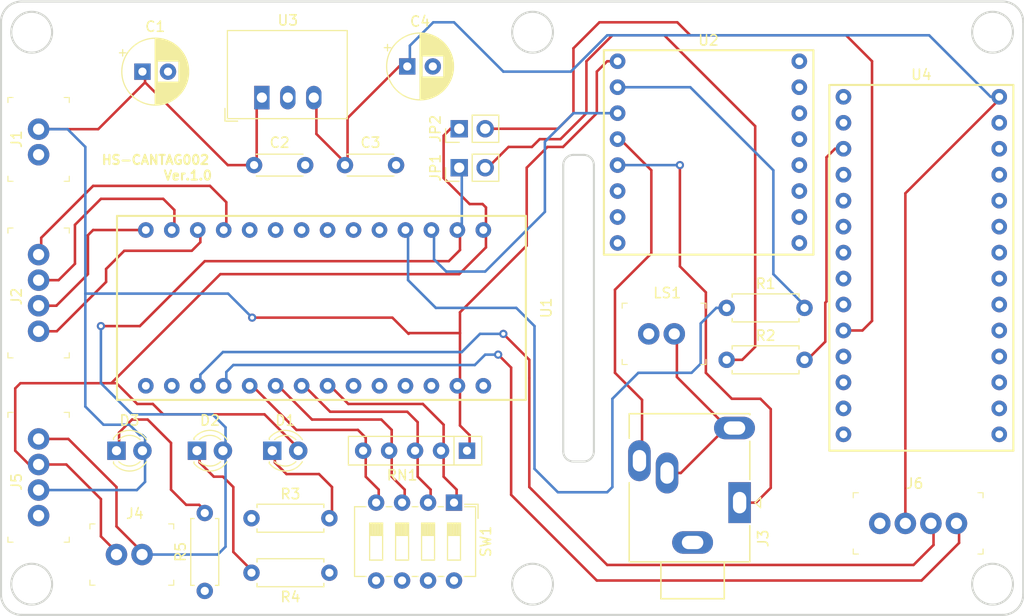
<source format=kicad_pcb>
(kicad_pcb (version 20171130) (host pcbnew "(5.1.2-1)-1")

  (general
    (thickness 1.6)
    (drawings 26)
    (tracks 292)
    (zones 0)
    (modules 27)
    (nets 71)
  )

  (page A4)
  (layers
    (0 F.Cu signal)
    (31 B.Cu signal)
    (32 B.Adhes user hide)
    (33 F.Adhes user hide)
    (34 B.Paste user hide)
    (35 F.Paste user hide)
    (36 B.SilkS user hide)
    (37 F.SilkS user)
    (38 B.Mask user hide)
    (39 F.Mask user hide)
    (40 Dwgs.User user hide)
    (41 Cmts.User user hide)
    (42 Eco1.User user hide)
    (43 Eco2.User user hide)
    (44 Edge.Cuts user)
    (45 Margin user hide)
    (46 B.CrtYd user hide)
    (47 F.CrtYd user)
    (48 B.Fab user hide)
    (49 F.Fab user)
  )

  (setup
    (last_trace_width 0.25)
    (trace_clearance 0.2)
    (zone_clearance 0.508)
    (zone_45_only no)
    (trace_min 0.2)
    (via_size 0.8)
    (via_drill 0.4)
    (via_min_size 0.4)
    (via_min_drill 0.3)
    (uvia_size 0.3)
    (uvia_drill 0.1)
    (uvias_allowed no)
    (uvia_min_size 0.2)
    (uvia_min_drill 0.1)
    (edge_width 0.05)
    (segment_width 0.2)
    (pcb_text_width 0.3)
    (pcb_text_size 1.5 1.5)
    (mod_edge_width 0.12)
    (mod_text_size 1 1)
    (mod_text_width 0.15)
    (pad_size 1.6 1.6)
    (pad_drill 0.8)
    (pad_to_mask_clearance 0.051)
    (solder_mask_min_width 0.25)
    (aux_axis_origin 0 0)
    (visible_elements 7FFFFFFF)
    (pcbplotparams
      (layerselection 0x010fc_ffffffff)
      (usegerberextensions false)
      (usegerberattributes false)
      (usegerberadvancedattributes false)
      (creategerberjobfile false)
      (excludeedgelayer true)
      (linewidth 0.100000)
      (plotframeref false)
      (viasonmask false)
      (mode 1)
      (useauxorigin false)
      (hpglpennumber 1)
      (hpglpenspeed 20)
      (hpglpendiameter 15.000000)
      (psnegative false)
      (psa4output false)
      (plotreference true)
      (plotvalue true)
      (plotinvisibletext false)
      (padsonsilk false)
      (subtractmaskfromsilk false)
      (outputformat 1)
      (mirror false)
      (drillshape 1)
      (scaleselection 1)
      (outputdirectory ""))
  )

  (net 0 "")
  (net 1 +5V)
  (net 2 +3.3V)
  (net 3 RX_H)
  (net 4 "Net-(D1-Pad1)")
  (net 5 "Net-(D2-Pad1)")
  (net 6 TX_H)
  (net 7 "Net-(D3-Pad1)")
  (net 8 SCK)
  (net 9 SI)
  (net 10 SO)
  (net 11 CS)
  (net 12 "Net-(J3-PadT)")
  (net 13 "Net-(J3-PadRN)")
  (net 14 "Net-(J3-PadR)")
  (net 15 SCL)
  (net 16 SDA)
  (net 17 "Net-(JP1-Pad2)")
  (net 18 "Net-(JP2-Pad2)")
  (net 19 "Net-(R1-Pad1)")
  (net 20 "Net-(R1-Pad2)")
  (net 21 "Net-(R2-Pad2)")
  (net 22 "Net-(RN1-Pad2)")
  (net 23 "Net-(RN1-Pad3)")
  (net 24 "Net-(RN1-Pad4)")
  (net 25 "Net-(RN1-Pad5)")
  (net 26 "Net-(U1-Pad3)")
  (net 27 "Net-(U1-Pad5)")
  (net 28 "Net-(U1-Pad6)")
  (net 29 "Net-(U1-Pad7)")
  (net 30 "Net-(U1-Pad8)")
  (net 31 "Net-(U1-Pad9)")
  (net 32 "Net-(U1-Pad10)")
  (net 33 "Net-(U1-Pad15)")
  (net 34 "Net-(U1-Pad16)")
  (net 35 "Net-(U1-Pad23)")
  (net 36 "Net-(U1-Pad26)")
  (net 37 "Net-(U1-Pad28)")
  (net 38 "Net-(U2-Pad6)")
  (net 39 "Net-(U2-Pad8)")
  (net 40 "Net-(U2-Pad9)")
  (net 41 "Net-(U2-Pad11)")
  (net 42 "Net-(U2-Pad12)")
  (net 43 "Net-(U2-Pad13)")
  (net 44 "Net-(U2-Pad14)")
  (net 45 "Net-(U2-Pad15)")
  (net 46 "Net-(U2-Pad16)")
  (net 47 "Net-(U4-Pad2)")
  (net 48 "Net-(U4-Pad4)")
  (net 49 "Net-(U4-Pad5)")
  (net 50 "Net-(U4-Pad6)")
  (net 51 "Net-(U4-Pad7)")
  (net 52 "Net-(U4-Pad8)")
  (net 53 "Net-(U4-Pad9)")
  (net 54 "Net-(U4-Pad11)")
  (net 55 "Net-(U4-Pad12)")
  (net 56 "Net-(U4-Pad13)")
  (net 57 "Net-(U4-Pad15)")
  (net 58 "Net-(U4-Pad16)")
  (net 59 "Net-(U4-Pad17)")
  (net 60 "Net-(U4-Pad18)")
  (net 61 "Net-(U4-Pad19)")
  (net 62 "Net-(U4-Pad20)")
  (net 63 "Net-(U4-Pad21)")
  (net 64 "Net-(U4-Pad22)")
  (net 65 "Net-(U4-Pad23)")
  (net 66 "Net-(U4-Pad24)")
  (net 67 "Net-(U4-Pad25)")
  (net 68 "Net-(U4-Pad26)")
  (net 69 "Net-(U4-Pad27)")
  (net 70 GND)

  (net_class Default "これはデフォルトのネット クラスです。"
    (clearance 0.2)
    (trace_width 0.25)
    (via_dia 0.8)
    (via_drill 0.4)
    (uvia_dia 0.3)
    (uvia_drill 0.1)
    (add_net +3.3V)
    (add_net +5V)
    (add_net CS)
    (add_net GND)
    (add_net "Net-(D1-Pad1)")
    (add_net "Net-(D2-Pad1)")
    (add_net "Net-(D3-Pad1)")
    (add_net "Net-(J3-PadR)")
    (add_net "Net-(J3-PadRN)")
    (add_net "Net-(J3-PadT)")
    (add_net "Net-(JP1-Pad2)")
    (add_net "Net-(JP2-Pad2)")
    (add_net "Net-(R1-Pad1)")
    (add_net "Net-(R1-Pad2)")
    (add_net "Net-(R2-Pad2)")
    (add_net "Net-(RN1-Pad2)")
    (add_net "Net-(RN1-Pad3)")
    (add_net "Net-(RN1-Pad4)")
    (add_net "Net-(RN1-Pad5)")
    (add_net "Net-(U1-Pad10)")
    (add_net "Net-(U1-Pad15)")
    (add_net "Net-(U1-Pad16)")
    (add_net "Net-(U1-Pad23)")
    (add_net "Net-(U1-Pad26)")
    (add_net "Net-(U1-Pad28)")
    (add_net "Net-(U1-Pad3)")
    (add_net "Net-(U1-Pad5)")
    (add_net "Net-(U1-Pad6)")
    (add_net "Net-(U1-Pad7)")
    (add_net "Net-(U1-Pad8)")
    (add_net "Net-(U1-Pad9)")
    (add_net "Net-(U2-Pad11)")
    (add_net "Net-(U2-Pad12)")
    (add_net "Net-(U2-Pad13)")
    (add_net "Net-(U2-Pad14)")
    (add_net "Net-(U2-Pad15)")
    (add_net "Net-(U2-Pad16)")
    (add_net "Net-(U2-Pad6)")
    (add_net "Net-(U2-Pad8)")
    (add_net "Net-(U2-Pad9)")
    (add_net "Net-(U4-Pad11)")
    (add_net "Net-(U4-Pad12)")
    (add_net "Net-(U4-Pad13)")
    (add_net "Net-(U4-Pad15)")
    (add_net "Net-(U4-Pad16)")
    (add_net "Net-(U4-Pad17)")
    (add_net "Net-(U4-Pad18)")
    (add_net "Net-(U4-Pad19)")
    (add_net "Net-(U4-Pad2)")
    (add_net "Net-(U4-Pad20)")
    (add_net "Net-(U4-Pad21)")
    (add_net "Net-(U4-Pad22)")
    (add_net "Net-(U4-Pad23)")
    (add_net "Net-(U4-Pad24)")
    (add_net "Net-(U4-Pad25)")
    (add_net "Net-(U4-Pad26)")
    (add_net "Net-(U4-Pad27)")
    (add_net "Net-(U4-Pad4)")
    (add_net "Net-(U4-Pad5)")
    (add_net "Net-(U4-Pad6)")
    (add_net "Net-(U4-Pad7)")
    (add_net "Net-(U4-Pad8)")
    (add_net "Net-(U4-Pad9)")
    (add_net RX_H)
    (add_net SCK)
    (add_net SCL)
    (add_net SDA)
    (add_net SI)
    (add_net SO)
    (add_net TX_H)
  )

  (module Capacitor_THT:CP_Radial_D6.3mm_P2.50mm (layer F.Cu) (tedit 5AE50EF0) (tstamp 5D56E804)
    (at 103.759 57.912)
    (descr "CP, Radial series, Radial, pin pitch=2.50mm, , diameter=6.3mm, Electrolytic Capacitor")
    (tags "CP Radial series Radial pin pitch 2.50mm  diameter 6.3mm Electrolytic Capacitor")
    (path /5D54E676)
    (fp_text reference C1 (at 1.25 -4.4) (layer F.SilkS)
      (effects (font (size 1 1) (thickness 0.15)))
    )
    (fp_text value 100uF (at 1.25 4.4) (layer F.Fab)
      (effects (font (size 1 1) (thickness 0.15)))
    )
    (fp_text user %R (at 1.25 0) (layer F.Fab)
      (effects (font (size 1 1) (thickness 0.15)))
    )
    (fp_line (start -1.935241 -2.154) (end -1.935241 -1.524) (layer F.SilkS) (width 0.12))
    (fp_line (start -2.250241 -1.839) (end -1.620241 -1.839) (layer F.SilkS) (width 0.12))
    (fp_line (start 4.491 -0.402) (end 4.491 0.402) (layer F.SilkS) (width 0.12))
    (fp_line (start 4.451 -0.633) (end 4.451 0.633) (layer F.SilkS) (width 0.12))
    (fp_line (start 4.411 -0.802) (end 4.411 0.802) (layer F.SilkS) (width 0.12))
    (fp_line (start 4.371 -0.94) (end 4.371 0.94) (layer F.SilkS) (width 0.12))
    (fp_line (start 4.331 -1.059) (end 4.331 1.059) (layer F.SilkS) (width 0.12))
    (fp_line (start 4.291 -1.165) (end 4.291 1.165) (layer F.SilkS) (width 0.12))
    (fp_line (start 4.251 -1.262) (end 4.251 1.262) (layer F.SilkS) (width 0.12))
    (fp_line (start 4.211 -1.35) (end 4.211 1.35) (layer F.SilkS) (width 0.12))
    (fp_line (start 4.171 -1.432) (end 4.171 1.432) (layer F.SilkS) (width 0.12))
    (fp_line (start 4.131 -1.509) (end 4.131 1.509) (layer F.SilkS) (width 0.12))
    (fp_line (start 4.091 -1.581) (end 4.091 1.581) (layer F.SilkS) (width 0.12))
    (fp_line (start 4.051 -1.65) (end 4.051 1.65) (layer F.SilkS) (width 0.12))
    (fp_line (start 4.011 -1.714) (end 4.011 1.714) (layer F.SilkS) (width 0.12))
    (fp_line (start 3.971 -1.776) (end 3.971 1.776) (layer F.SilkS) (width 0.12))
    (fp_line (start 3.931 -1.834) (end 3.931 1.834) (layer F.SilkS) (width 0.12))
    (fp_line (start 3.891 -1.89) (end 3.891 1.89) (layer F.SilkS) (width 0.12))
    (fp_line (start 3.851 -1.944) (end 3.851 1.944) (layer F.SilkS) (width 0.12))
    (fp_line (start 3.811 -1.995) (end 3.811 1.995) (layer F.SilkS) (width 0.12))
    (fp_line (start 3.771 -2.044) (end 3.771 2.044) (layer F.SilkS) (width 0.12))
    (fp_line (start 3.731 -2.092) (end 3.731 2.092) (layer F.SilkS) (width 0.12))
    (fp_line (start 3.691 -2.137) (end 3.691 2.137) (layer F.SilkS) (width 0.12))
    (fp_line (start 3.651 -2.182) (end 3.651 2.182) (layer F.SilkS) (width 0.12))
    (fp_line (start 3.611 -2.224) (end 3.611 2.224) (layer F.SilkS) (width 0.12))
    (fp_line (start 3.571 -2.265) (end 3.571 2.265) (layer F.SilkS) (width 0.12))
    (fp_line (start 3.531 1.04) (end 3.531 2.305) (layer F.SilkS) (width 0.12))
    (fp_line (start 3.531 -2.305) (end 3.531 -1.04) (layer F.SilkS) (width 0.12))
    (fp_line (start 3.491 1.04) (end 3.491 2.343) (layer F.SilkS) (width 0.12))
    (fp_line (start 3.491 -2.343) (end 3.491 -1.04) (layer F.SilkS) (width 0.12))
    (fp_line (start 3.451 1.04) (end 3.451 2.38) (layer F.SilkS) (width 0.12))
    (fp_line (start 3.451 -2.38) (end 3.451 -1.04) (layer F.SilkS) (width 0.12))
    (fp_line (start 3.411 1.04) (end 3.411 2.416) (layer F.SilkS) (width 0.12))
    (fp_line (start 3.411 -2.416) (end 3.411 -1.04) (layer F.SilkS) (width 0.12))
    (fp_line (start 3.371 1.04) (end 3.371 2.45) (layer F.SilkS) (width 0.12))
    (fp_line (start 3.371 -2.45) (end 3.371 -1.04) (layer F.SilkS) (width 0.12))
    (fp_line (start 3.331 1.04) (end 3.331 2.484) (layer F.SilkS) (width 0.12))
    (fp_line (start 3.331 -2.484) (end 3.331 -1.04) (layer F.SilkS) (width 0.12))
    (fp_line (start 3.291 1.04) (end 3.291 2.516) (layer F.SilkS) (width 0.12))
    (fp_line (start 3.291 -2.516) (end 3.291 -1.04) (layer F.SilkS) (width 0.12))
    (fp_line (start 3.251 1.04) (end 3.251 2.548) (layer F.SilkS) (width 0.12))
    (fp_line (start 3.251 -2.548) (end 3.251 -1.04) (layer F.SilkS) (width 0.12))
    (fp_line (start 3.211 1.04) (end 3.211 2.578) (layer F.SilkS) (width 0.12))
    (fp_line (start 3.211 -2.578) (end 3.211 -1.04) (layer F.SilkS) (width 0.12))
    (fp_line (start 3.171 1.04) (end 3.171 2.607) (layer F.SilkS) (width 0.12))
    (fp_line (start 3.171 -2.607) (end 3.171 -1.04) (layer F.SilkS) (width 0.12))
    (fp_line (start 3.131 1.04) (end 3.131 2.636) (layer F.SilkS) (width 0.12))
    (fp_line (start 3.131 -2.636) (end 3.131 -1.04) (layer F.SilkS) (width 0.12))
    (fp_line (start 3.091 1.04) (end 3.091 2.664) (layer F.SilkS) (width 0.12))
    (fp_line (start 3.091 -2.664) (end 3.091 -1.04) (layer F.SilkS) (width 0.12))
    (fp_line (start 3.051 1.04) (end 3.051 2.69) (layer F.SilkS) (width 0.12))
    (fp_line (start 3.051 -2.69) (end 3.051 -1.04) (layer F.SilkS) (width 0.12))
    (fp_line (start 3.011 1.04) (end 3.011 2.716) (layer F.SilkS) (width 0.12))
    (fp_line (start 3.011 -2.716) (end 3.011 -1.04) (layer F.SilkS) (width 0.12))
    (fp_line (start 2.971 1.04) (end 2.971 2.742) (layer F.SilkS) (width 0.12))
    (fp_line (start 2.971 -2.742) (end 2.971 -1.04) (layer F.SilkS) (width 0.12))
    (fp_line (start 2.931 1.04) (end 2.931 2.766) (layer F.SilkS) (width 0.12))
    (fp_line (start 2.931 -2.766) (end 2.931 -1.04) (layer F.SilkS) (width 0.12))
    (fp_line (start 2.891 1.04) (end 2.891 2.79) (layer F.SilkS) (width 0.12))
    (fp_line (start 2.891 -2.79) (end 2.891 -1.04) (layer F.SilkS) (width 0.12))
    (fp_line (start 2.851 1.04) (end 2.851 2.812) (layer F.SilkS) (width 0.12))
    (fp_line (start 2.851 -2.812) (end 2.851 -1.04) (layer F.SilkS) (width 0.12))
    (fp_line (start 2.811 1.04) (end 2.811 2.834) (layer F.SilkS) (width 0.12))
    (fp_line (start 2.811 -2.834) (end 2.811 -1.04) (layer F.SilkS) (width 0.12))
    (fp_line (start 2.771 1.04) (end 2.771 2.856) (layer F.SilkS) (width 0.12))
    (fp_line (start 2.771 -2.856) (end 2.771 -1.04) (layer F.SilkS) (width 0.12))
    (fp_line (start 2.731 1.04) (end 2.731 2.876) (layer F.SilkS) (width 0.12))
    (fp_line (start 2.731 -2.876) (end 2.731 -1.04) (layer F.SilkS) (width 0.12))
    (fp_line (start 2.691 1.04) (end 2.691 2.896) (layer F.SilkS) (width 0.12))
    (fp_line (start 2.691 -2.896) (end 2.691 -1.04) (layer F.SilkS) (width 0.12))
    (fp_line (start 2.651 1.04) (end 2.651 2.916) (layer F.SilkS) (width 0.12))
    (fp_line (start 2.651 -2.916) (end 2.651 -1.04) (layer F.SilkS) (width 0.12))
    (fp_line (start 2.611 1.04) (end 2.611 2.934) (layer F.SilkS) (width 0.12))
    (fp_line (start 2.611 -2.934) (end 2.611 -1.04) (layer F.SilkS) (width 0.12))
    (fp_line (start 2.571 1.04) (end 2.571 2.952) (layer F.SilkS) (width 0.12))
    (fp_line (start 2.571 -2.952) (end 2.571 -1.04) (layer F.SilkS) (width 0.12))
    (fp_line (start 2.531 1.04) (end 2.531 2.97) (layer F.SilkS) (width 0.12))
    (fp_line (start 2.531 -2.97) (end 2.531 -1.04) (layer F.SilkS) (width 0.12))
    (fp_line (start 2.491 1.04) (end 2.491 2.986) (layer F.SilkS) (width 0.12))
    (fp_line (start 2.491 -2.986) (end 2.491 -1.04) (layer F.SilkS) (width 0.12))
    (fp_line (start 2.451 1.04) (end 2.451 3.002) (layer F.SilkS) (width 0.12))
    (fp_line (start 2.451 -3.002) (end 2.451 -1.04) (layer F.SilkS) (width 0.12))
    (fp_line (start 2.411 1.04) (end 2.411 3.018) (layer F.SilkS) (width 0.12))
    (fp_line (start 2.411 -3.018) (end 2.411 -1.04) (layer F.SilkS) (width 0.12))
    (fp_line (start 2.371 1.04) (end 2.371 3.033) (layer F.SilkS) (width 0.12))
    (fp_line (start 2.371 -3.033) (end 2.371 -1.04) (layer F.SilkS) (width 0.12))
    (fp_line (start 2.331 1.04) (end 2.331 3.047) (layer F.SilkS) (width 0.12))
    (fp_line (start 2.331 -3.047) (end 2.331 -1.04) (layer F.SilkS) (width 0.12))
    (fp_line (start 2.291 1.04) (end 2.291 3.061) (layer F.SilkS) (width 0.12))
    (fp_line (start 2.291 -3.061) (end 2.291 -1.04) (layer F.SilkS) (width 0.12))
    (fp_line (start 2.251 1.04) (end 2.251 3.074) (layer F.SilkS) (width 0.12))
    (fp_line (start 2.251 -3.074) (end 2.251 -1.04) (layer F.SilkS) (width 0.12))
    (fp_line (start 2.211 1.04) (end 2.211 3.086) (layer F.SilkS) (width 0.12))
    (fp_line (start 2.211 -3.086) (end 2.211 -1.04) (layer F.SilkS) (width 0.12))
    (fp_line (start 2.171 1.04) (end 2.171 3.098) (layer F.SilkS) (width 0.12))
    (fp_line (start 2.171 -3.098) (end 2.171 -1.04) (layer F.SilkS) (width 0.12))
    (fp_line (start 2.131 1.04) (end 2.131 3.11) (layer F.SilkS) (width 0.12))
    (fp_line (start 2.131 -3.11) (end 2.131 -1.04) (layer F.SilkS) (width 0.12))
    (fp_line (start 2.091 1.04) (end 2.091 3.121) (layer F.SilkS) (width 0.12))
    (fp_line (start 2.091 -3.121) (end 2.091 -1.04) (layer F.SilkS) (width 0.12))
    (fp_line (start 2.051 1.04) (end 2.051 3.131) (layer F.SilkS) (width 0.12))
    (fp_line (start 2.051 -3.131) (end 2.051 -1.04) (layer F.SilkS) (width 0.12))
    (fp_line (start 2.011 1.04) (end 2.011 3.141) (layer F.SilkS) (width 0.12))
    (fp_line (start 2.011 -3.141) (end 2.011 -1.04) (layer F.SilkS) (width 0.12))
    (fp_line (start 1.971 1.04) (end 1.971 3.15) (layer F.SilkS) (width 0.12))
    (fp_line (start 1.971 -3.15) (end 1.971 -1.04) (layer F.SilkS) (width 0.12))
    (fp_line (start 1.93 1.04) (end 1.93 3.159) (layer F.SilkS) (width 0.12))
    (fp_line (start 1.93 -3.159) (end 1.93 -1.04) (layer F.SilkS) (width 0.12))
    (fp_line (start 1.89 1.04) (end 1.89 3.167) (layer F.SilkS) (width 0.12))
    (fp_line (start 1.89 -3.167) (end 1.89 -1.04) (layer F.SilkS) (width 0.12))
    (fp_line (start 1.85 1.04) (end 1.85 3.175) (layer F.SilkS) (width 0.12))
    (fp_line (start 1.85 -3.175) (end 1.85 -1.04) (layer F.SilkS) (width 0.12))
    (fp_line (start 1.81 1.04) (end 1.81 3.182) (layer F.SilkS) (width 0.12))
    (fp_line (start 1.81 -3.182) (end 1.81 -1.04) (layer F.SilkS) (width 0.12))
    (fp_line (start 1.77 1.04) (end 1.77 3.189) (layer F.SilkS) (width 0.12))
    (fp_line (start 1.77 -3.189) (end 1.77 -1.04) (layer F.SilkS) (width 0.12))
    (fp_line (start 1.73 1.04) (end 1.73 3.195) (layer F.SilkS) (width 0.12))
    (fp_line (start 1.73 -3.195) (end 1.73 -1.04) (layer F.SilkS) (width 0.12))
    (fp_line (start 1.69 1.04) (end 1.69 3.201) (layer F.SilkS) (width 0.12))
    (fp_line (start 1.69 -3.201) (end 1.69 -1.04) (layer F.SilkS) (width 0.12))
    (fp_line (start 1.65 1.04) (end 1.65 3.206) (layer F.SilkS) (width 0.12))
    (fp_line (start 1.65 -3.206) (end 1.65 -1.04) (layer F.SilkS) (width 0.12))
    (fp_line (start 1.61 1.04) (end 1.61 3.211) (layer F.SilkS) (width 0.12))
    (fp_line (start 1.61 -3.211) (end 1.61 -1.04) (layer F.SilkS) (width 0.12))
    (fp_line (start 1.57 1.04) (end 1.57 3.215) (layer F.SilkS) (width 0.12))
    (fp_line (start 1.57 -3.215) (end 1.57 -1.04) (layer F.SilkS) (width 0.12))
    (fp_line (start 1.53 1.04) (end 1.53 3.218) (layer F.SilkS) (width 0.12))
    (fp_line (start 1.53 -3.218) (end 1.53 -1.04) (layer F.SilkS) (width 0.12))
    (fp_line (start 1.49 1.04) (end 1.49 3.222) (layer F.SilkS) (width 0.12))
    (fp_line (start 1.49 -3.222) (end 1.49 -1.04) (layer F.SilkS) (width 0.12))
    (fp_line (start 1.45 -3.224) (end 1.45 3.224) (layer F.SilkS) (width 0.12))
    (fp_line (start 1.41 -3.227) (end 1.41 3.227) (layer F.SilkS) (width 0.12))
    (fp_line (start 1.37 -3.228) (end 1.37 3.228) (layer F.SilkS) (width 0.12))
    (fp_line (start 1.33 -3.23) (end 1.33 3.23) (layer F.SilkS) (width 0.12))
    (fp_line (start 1.29 -3.23) (end 1.29 3.23) (layer F.SilkS) (width 0.12))
    (fp_line (start 1.25 -3.23) (end 1.25 3.23) (layer F.SilkS) (width 0.12))
    (fp_line (start -1.128972 -1.6885) (end -1.128972 -1.0585) (layer F.Fab) (width 0.1))
    (fp_line (start -1.443972 -1.3735) (end -0.813972 -1.3735) (layer F.Fab) (width 0.1))
    (fp_circle (center 1.25 0) (end 4.65 0) (layer F.CrtYd) (width 0.05))
    (fp_circle (center 1.25 0) (end 4.52 0) (layer F.SilkS) (width 0.12))
    (fp_circle (center 1.25 0) (end 4.4 0) (layer F.Fab) (width 0.1))
    (pad 2 thru_hole circle (at 2.5 0) (size 1.6 1.6) (drill 0.8) (layers *.Cu *.Mask)
      (net 70 GND))
    (pad 1 thru_hole rect (at 0 0) (size 1.6 1.6) (drill 0.8) (layers *.Cu *.Mask)
      (net 1 +5V))
    (model ${KISYS3DMOD}/Capacitor_THT.3dshapes/CP_Radial_D6.3mm_P2.50mm.wrl
      (at (xyz 0 0 0))
      (scale (xyz 1 1 1))
      (rotate (xyz 0 0 0))
    )
  )

  (module Capacitor_THT:C_Disc_D4.3mm_W1.9mm_P5.00mm (layer F.Cu) (tedit 5AE50EF0) (tstamp 5D56E819)
    (at 114.681 67.056)
    (descr "C, Disc series, Radial, pin pitch=5.00mm, , diameter*width=4.3*1.9mm^2, Capacitor, http://www.vishay.com/docs/45233/krseries.pdf")
    (tags "C Disc series Radial pin pitch 5.00mm  diameter 4.3mm width 1.9mm Capacitor")
    (path /5D53E886)
    (fp_text reference C2 (at 2.5 -2.2) (layer F.SilkS)
      (effects (font (size 1 1) (thickness 0.15)))
    )
    (fp_text value 0.1uF (at 2.5 2.2) (layer F.Fab)
      (effects (font (size 1 1) (thickness 0.15)))
    )
    (fp_line (start 0.35 -0.95) (end 0.35 0.95) (layer F.Fab) (width 0.1))
    (fp_line (start 0.35 0.95) (end 4.65 0.95) (layer F.Fab) (width 0.1))
    (fp_line (start 4.65 0.95) (end 4.65 -0.95) (layer F.Fab) (width 0.1))
    (fp_line (start 4.65 -0.95) (end 0.35 -0.95) (layer F.Fab) (width 0.1))
    (fp_line (start 0.23 -1.07) (end 4.77 -1.07) (layer F.SilkS) (width 0.12))
    (fp_line (start 0.23 1.07) (end 4.77 1.07) (layer F.SilkS) (width 0.12))
    (fp_line (start 0.23 -1.07) (end 0.23 -1.055) (layer F.SilkS) (width 0.12))
    (fp_line (start 0.23 1.055) (end 0.23 1.07) (layer F.SilkS) (width 0.12))
    (fp_line (start 4.77 -1.07) (end 4.77 -1.055) (layer F.SilkS) (width 0.12))
    (fp_line (start 4.77 1.055) (end 4.77 1.07) (layer F.SilkS) (width 0.12))
    (fp_line (start -1.05 -1.2) (end -1.05 1.2) (layer F.CrtYd) (width 0.05))
    (fp_line (start -1.05 1.2) (end 6.05 1.2) (layer F.CrtYd) (width 0.05))
    (fp_line (start 6.05 1.2) (end 6.05 -1.2) (layer F.CrtYd) (width 0.05))
    (fp_line (start 6.05 -1.2) (end -1.05 -1.2) (layer F.CrtYd) (width 0.05))
    (fp_text user %R (at 2.5 0) (layer F.Fab)
      (effects (font (size 0.86 0.86) (thickness 0.129)))
    )
    (pad 1 thru_hole circle (at 0 0) (size 1.6 1.6) (drill 0.8) (layers *.Cu *.Mask)
      (net 1 +5V))
    (pad 2 thru_hole circle (at 5 0) (size 1.6 1.6) (drill 0.8) (layers *.Cu *.Mask)
      (net 70 GND))
    (model ${KISYS3DMOD}/Capacitor_THT.3dshapes/C_Disc_D4.3mm_W1.9mm_P5.00mm.wrl
      (at (xyz 0 0 0))
      (scale (xyz 1 1 1))
      (rotate (xyz 0 0 0))
    )
  )

  (module Capacitor_THT:C_Disc_D4.3mm_W1.9mm_P5.00mm (layer F.Cu) (tedit 5AE50EF0) (tstamp 5D56E82E)
    (at 123.571 67.056)
    (descr "C, Disc series, Radial, pin pitch=5.00mm, , diameter*width=4.3*1.9mm^2, Capacitor, http://www.vishay.com/docs/45233/krseries.pdf")
    (tags "C Disc series Radial pin pitch 5.00mm  diameter 4.3mm width 1.9mm Capacitor")
    (path /5D53ED2A)
    (fp_text reference C3 (at 2.5 -2.2) (layer F.SilkS)
      (effects (font (size 1 1) (thickness 0.15)))
    )
    (fp_text value 0.1uF (at 2.5 2.2) (layer F.Fab)
      (effects (font (size 1 1) (thickness 0.15)))
    )
    (fp_text user %R (at 2.5 0) (layer F.Fab)
      (effects (font (size 0.86 0.86) (thickness 0.129)))
    )
    (fp_line (start 6.05 -1.2) (end -1.05 -1.2) (layer F.CrtYd) (width 0.05))
    (fp_line (start 6.05 1.2) (end 6.05 -1.2) (layer F.CrtYd) (width 0.05))
    (fp_line (start -1.05 1.2) (end 6.05 1.2) (layer F.CrtYd) (width 0.05))
    (fp_line (start -1.05 -1.2) (end -1.05 1.2) (layer F.CrtYd) (width 0.05))
    (fp_line (start 4.77 1.055) (end 4.77 1.07) (layer F.SilkS) (width 0.12))
    (fp_line (start 4.77 -1.07) (end 4.77 -1.055) (layer F.SilkS) (width 0.12))
    (fp_line (start 0.23 1.055) (end 0.23 1.07) (layer F.SilkS) (width 0.12))
    (fp_line (start 0.23 -1.07) (end 0.23 -1.055) (layer F.SilkS) (width 0.12))
    (fp_line (start 0.23 1.07) (end 4.77 1.07) (layer F.SilkS) (width 0.12))
    (fp_line (start 0.23 -1.07) (end 4.77 -1.07) (layer F.SilkS) (width 0.12))
    (fp_line (start 4.65 -0.95) (end 0.35 -0.95) (layer F.Fab) (width 0.1))
    (fp_line (start 4.65 0.95) (end 4.65 -0.95) (layer F.Fab) (width 0.1))
    (fp_line (start 0.35 0.95) (end 4.65 0.95) (layer F.Fab) (width 0.1))
    (fp_line (start 0.35 -0.95) (end 0.35 0.95) (layer F.Fab) (width 0.1))
    (pad 2 thru_hole circle (at 5 0) (size 1.6 1.6) (drill 0.8) (layers *.Cu *.Mask)
      (net 70 GND))
    (pad 1 thru_hole circle (at 0 0) (size 1.6 1.6) (drill 0.8) (layers *.Cu *.Mask)
      (net 2 +3.3V))
    (model ${KISYS3DMOD}/Capacitor_THT.3dshapes/C_Disc_D4.3mm_W1.9mm_P5.00mm.wrl
      (at (xyz 0 0 0))
      (scale (xyz 1 1 1))
      (rotate (xyz 0 0 0))
    )
  )

  (module Capacitor_THT:CP_Radial_D6.3mm_P2.50mm (layer F.Cu) (tedit 5AE50EF0) (tstamp 5D56E8C2)
    (at 129.667 57.404)
    (descr "CP, Radial series, Radial, pin pitch=2.50mm, , diameter=6.3mm, Electrolytic Capacitor")
    (tags "CP Radial series Radial pin pitch 2.50mm  diameter 6.3mm Electrolytic Capacitor")
    (path /5D54E963)
    (fp_text reference C4 (at 1.25 -4.4) (layer F.SilkS)
      (effects (font (size 1 1) (thickness 0.15)))
    )
    (fp_text value 100uF (at 1.25 4.4) (layer F.Fab)
      (effects (font (size 1 1) (thickness 0.15)))
    )
    (fp_circle (center 1.25 0) (end 4.4 0) (layer F.Fab) (width 0.1))
    (fp_circle (center 1.25 0) (end 4.52 0) (layer F.SilkS) (width 0.12))
    (fp_circle (center 1.25 0) (end 4.65 0) (layer F.CrtYd) (width 0.05))
    (fp_line (start -1.443972 -1.3735) (end -0.813972 -1.3735) (layer F.Fab) (width 0.1))
    (fp_line (start -1.128972 -1.6885) (end -1.128972 -1.0585) (layer F.Fab) (width 0.1))
    (fp_line (start 1.25 -3.23) (end 1.25 3.23) (layer F.SilkS) (width 0.12))
    (fp_line (start 1.29 -3.23) (end 1.29 3.23) (layer F.SilkS) (width 0.12))
    (fp_line (start 1.33 -3.23) (end 1.33 3.23) (layer F.SilkS) (width 0.12))
    (fp_line (start 1.37 -3.228) (end 1.37 3.228) (layer F.SilkS) (width 0.12))
    (fp_line (start 1.41 -3.227) (end 1.41 3.227) (layer F.SilkS) (width 0.12))
    (fp_line (start 1.45 -3.224) (end 1.45 3.224) (layer F.SilkS) (width 0.12))
    (fp_line (start 1.49 -3.222) (end 1.49 -1.04) (layer F.SilkS) (width 0.12))
    (fp_line (start 1.49 1.04) (end 1.49 3.222) (layer F.SilkS) (width 0.12))
    (fp_line (start 1.53 -3.218) (end 1.53 -1.04) (layer F.SilkS) (width 0.12))
    (fp_line (start 1.53 1.04) (end 1.53 3.218) (layer F.SilkS) (width 0.12))
    (fp_line (start 1.57 -3.215) (end 1.57 -1.04) (layer F.SilkS) (width 0.12))
    (fp_line (start 1.57 1.04) (end 1.57 3.215) (layer F.SilkS) (width 0.12))
    (fp_line (start 1.61 -3.211) (end 1.61 -1.04) (layer F.SilkS) (width 0.12))
    (fp_line (start 1.61 1.04) (end 1.61 3.211) (layer F.SilkS) (width 0.12))
    (fp_line (start 1.65 -3.206) (end 1.65 -1.04) (layer F.SilkS) (width 0.12))
    (fp_line (start 1.65 1.04) (end 1.65 3.206) (layer F.SilkS) (width 0.12))
    (fp_line (start 1.69 -3.201) (end 1.69 -1.04) (layer F.SilkS) (width 0.12))
    (fp_line (start 1.69 1.04) (end 1.69 3.201) (layer F.SilkS) (width 0.12))
    (fp_line (start 1.73 -3.195) (end 1.73 -1.04) (layer F.SilkS) (width 0.12))
    (fp_line (start 1.73 1.04) (end 1.73 3.195) (layer F.SilkS) (width 0.12))
    (fp_line (start 1.77 -3.189) (end 1.77 -1.04) (layer F.SilkS) (width 0.12))
    (fp_line (start 1.77 1.04) (end 1.77 3.189) (layer F.SilkS) (width 0.12))
    (fp_line (start 1.81 -3.182) (end 1.81 -1.04) (layer F.SilkS) (width 0.12))
    (fp_line (start 1.81 1.04) (end 1.81 3.182) (layer F.SilkS) (width 0.12))
    (fp_line (start 1.85 -3.175) (end 1.85 -1.04) (layer F.SilkS) (width 0.12))
    (fp_line (start 1.85 1.04) (end 1.85 3.175) (layer F.SilkS) (width 0.12))
    (fp_line (start 1.89 -3.167) (end 1.89 -1.04) (layer F.SilkS) (width 0.12))
    (fp_line (start 1.89 1.04) (end 1.89 3.167) (layer F.SilkS) (width 0.12))
    (fp_line (start 1.93 -3.159) (end 1.93 -1.04) (layer F.SilkS) (width 0.12))
    (fp_line (start 1.93 1.04) (end 1.93 3.159) (layer F.SilkS) (width 0.12))
    (fp_line (start 1.971 -3.15) (end 1.971 -1.04) (layer F.SilkS) (width 0.12))
    (fp_line (start 1.971 1.04) (end 1.971 3.15) (layer F.SilkS) (width 0.12))
    (fp_line (start 2.011 -3.141) (end 2.011 -1.04) (layer F.SilkS) (width 0.12))
    (fp_line (start 2.011 1.04) (end 2.011 3.141) (layer F.SilkS) (width 0.12))
    (fp_line (start 2.051 -3.131) (end 2.051 -1.04) (layer F.SilkS) (width 0.12))
    (fp_line (start 2.051 1.04) (end 2.051 3.131) (layer F.SilkS) (width 0.12))
    (fp_line (start 2.091 -3.121) (end 2.091 -1.04) (layer F.SilkS) (width 0.12))
    (fp_line (start 2.091 1.04) (end 2.091 3.121) (layer F.SilkS) (width 0.12))
    (fp_line (start 2.131 -3.11) (end 2.131 -1.04) (layer F.SilkS) (width 0.12))
    (fp_line (start 2.131 1.04) (end 2.131 3.11) (layer F.SilkS) (width 0.12))
    (fp_line (start 2.171 -3.098) (end 2.171 -1.04) (layer F.SilkS) (width 0.12))
    (fp_line (start 2.171 1.04) (end 2.171 3.098) (layer F.SilkS) (width 0.12))
    (fp_line (start 2.211 -3.086) (end 2.211 -1.04) (layer F.SilkS) (width 0.12))
    (fp_line (start 2.211 1.04) (end 2.211 3.086) (layer F.SilkS) (width 0.12))
    (fp_line (start 2.251 -3.074) (end 2.251 -1.04) (layer F.SilkS) (width 0.12))
    (fp_line (start 2.251 1.04) (end 2.251 3.074) (layer F.SilkS) (width 0.12))
    (fp_line (start 2.291 -3.061) (end 2.291 -1.04) (layer F.SilkS) (width 0.12))
    (fp_line (start 2.291 1.04) (end 2.291 3.061) (layer F.SilkS) (width 0.12))
    (fp_line (start 2.331 -3.047) (end 2.331 -1.04) (layer F.SilkS) (width 0.12))
    (fp_line (start 2.331 1.04) (end 2.331 3.047) (layer F.SilkS) (width 0.12))
    (fp_line (start 2.371 -3.033) (end 2.371 -1.04) (layer F.SilkS) (width 0.12))
    (fp_line (start 2.371 1.04) (end 2.371 3.033) (layer F.SilkS) (width 0.12))
    (fp_line (start 2.411 -3.018) (end 2.411 -1.04) (layer F.SilkS) (width 0.12))
    (fp_line (start 2.411 1.04) (end 2.411 3.018) (layer F.SilkS) (width 0.12))
    (fp_line (start 2.451 -3.002) (end 2.451 -1.04) (layer F.SilkS) (width 0.12))
    (fp_line (start 2.451 1.04) (end 2.451 3.002) (layer F.SilkS) (width 0.12))
    (fp_line (start 2.491 -2.986) (end 2.491 -1.04) (layer F.SilkS) (width 0.12))
    (fp_line (start 2.491 1.04) (end 2.491 2.986) (layer F.SilkS) (width 0.12))
    (fp_line (start 2.531 -2.97) (end 2.531 -1.04) (layer F.SilkS) (width 0.12))
    (fp_line (start 2.531 1.04) (end 2.531 2.97) (layer F.SilkS) (width 0.12))
    (fp_line (start 2.571 -2.952) (end 2.571 -1.04) (layer F.SilkS) (width 0.12))
    (fp_line (start 2.571 1.04) (end 2.571 2.952) (layer F.SilkS) (width 0.12))
    (fp_line (start 2.611 -2.934) (end 2.611 -1.04) (layer F.SilkS) (width 0.12))
    (fp_line (start 2.611 1.04) (end 2.611 2.934) (layer F.SilkS) (width 0.12))
    (fp_line (start 2.651 -2.916) (end 2.651 -1.04) (layer F.SilkS) (width 0.12))
    (fp_line (start 2.651 1.04) (end 2.651 2.916) (layer F.SilkS) (width 0.12))
    (fp_line (start 2.691 -2.896) (end 2.691 -1.04) (layer F.SilkS) (width 0.12))
    (fp_line (start 2.691 1.04) (end 2.691 2.896) (layer F.SilkS) (width 0.12))
    (fp_line (start 2.731 -2.876) (end 2.731 -1.04) (layer F.SilkS) (width 0.12))
    (fp_line (start 2.731 1.04) (end 2.731 2.876) (layer F.SilkS) (width 0.12))
    (fp_line (start 2.771 -2.856) (end 2.771 -1.04) (layer F.SilkS) (width 0.12))
    (fp_line (start 2.771 1.04) (end 2.771 2.856) (layer F.SilkS) (width 0.12))
    (fp_line (start 2.811 -2.834) (end 2.811 -1.04) (layer F.SilkS) (width 0.12))
    (fp_line (start 2.811 1.04) (end 2.811 2.834) (layer F.SilkS) (width 0.12))
    (fp_line (start 2.851 -2.812) (end 2.851 -1.04) (layer F.SilkS) (width 0.12))
    (fp_line (start 2.851 1.04) (end 2.851 2.812) (layer F.SilkS) (width 0.12))
    (fp_line (start 2.891 -2.79) (end 2.891 -1.04) (layer F.SilkS) (width 0.12))
    (fp_line (start 2.891 1.04) (end 2.891 2.79) (layer F.SilkS) (width 0.12))
    (fp_line (start 2.931 -2.766) (end 2.931 -1.04) (layer F.SilkS) (width 0.12))
    (fp_line (start 2.931 1.04) (end 2.931 2.766) (layer F.SilkS) (width 0.12))
    (fp_line (start 2.971 -2.742) (end 2.971 -1.04) (layer F.SilkS) (width 0.12))
    (fp_line (start 2.971 1.04) (end 2.971 2.742) (layer F.SilkS) (width 0.12))
    (fp_line (start 3.011 -2.716) (end 3.011 -1.04) (layer F.SilkS) (width 0.12))
    (fp_line (start 3.011 1.04) (end 3.011 2.716) (layer F.SilkS) (width 0.12))
    (fp_line (start 3.051 -2.69) (end 3.051 -1.04) (layer F.SilkS) (width 0.12))
    (fp_line (start 3.051 1.04) (end 3.051 2.69) (layer F.SilkS) (width 0.12))
    (fp_line (start 3.091 -2.664) (end 3.091 -1.04) (layer F.SilkS) (width 0.12))
    (fp_line (start 3.091 1.04) (end 3.091 2.664) (layer F.SilkS) (width 0.12))
    (fp_line (start 3.131 -2.636) (end 3.131 -1.04) (layer F.SilkS) (width 0.12))
    (fp_line (start 3.131 1.04) (end 3.131 2.636) (layer F.SilkS) (width 0.12))
    (fp_line (start 3.171 -2.607) (end 3.171 -1.04) (layer F.SilkS) (width 0.12))
    (fp_line (start 3.171 1.04) (end 3.171 2.607) (layer F.SilkS) (width 0.12))
    (fp_line (start 3.211 -2.578) (end 3.211 -1.04) (layer F.SilkS) (width 0.12))
    (fp_line (start 3.211 1.04) (end 3.211 2.578) (layer F.SilkS) (width 0.12))
    (fp_line (start 3.251 -2.548) (end 3.251 -1.04) (layer F.SilkS) (width 0.12))
    (fp_line (start 3.251 1.04) (end 3.251 2.548) (layer F.SilkS) (width 0.12))
    (fp_line (start 3.291 -2.516) (end 3.291 -1.04) (layer F.SilkS) (width 0.12))
    (fp_line (start 3.291 1.04) (end 3.291 2.516) (layer F.SilkS) (width 0.12))
    (fp_line (start 3.331 -2.484) (end 3.331 -1.04) (layer F.SilkS) (width 0.12))
    (fp_line (start 3.331 1.04) (end 3.331 2.484) (layer F.SilkS) (width 0.12))
    (fp_line (start 3.371 -2.45) (end 3.371 -1.04) (layer F.SilkS) (width 0.12))
    (fp_line (start 3.371 1.04) (end 3.371 2.45) (layer F.SilkS) (width 0.12))
    (fp_line (start 3.411 -2.416) (end 3.411 -1.04) (layer F.SilkS) (width 0.12))
    (fp_line (start 3.411 1.04) (end 3.411 2.416) (layer F.SilkS) (width 0.12))
    (fp_line (start 3.451 -2.38) (end 3.451 -1.04) (layer F.SilkS) (width 0.12))
    (fp_line (start 3.451 1.04) (end 3.451 2.38) (layer F.SilkS) (width 0.12))
    (fp_line (start 3.491 -2.343) (end 3.491 -1.04) (layer F.SilkS) (width 0.12))
    (fp_line (start 3.491 1.04) (end 3.491 2.343) (layer F.SilkS) (width 0.12))
    (fp_line (start 3.531 -2.305) (end 3.531 -1.04) (layer F.SilkS) (width 0.12))
    (fp_line (start 3.531 1.04) (end 3.531 2.305) (layer F.SilkS) (width 0.12))
    (fp_line (start 3.571 -2.265) (end 3.571 2.265) (layer F.SilkS) (width 0.12))
    (fp_line (start 3.611 -2.224) (end 3.611 2.224) (layer F.SilkS) (width 0.12))
    (fp_line (start 3.651 -2.182) (end 3.651 2.182) (layer F.SilkS) (width 0.12))
    (fp_line (start 3.691 -2.137) (end 3.691 2.137) (layer F.SilkS) (width 0.12))
    (fp_line (start 3.731 -2.092) (end 3.731 2.092) (layer F.SilkS) (width 0.12))
    (fp_line (start 3.771 -2.044) (end 3.771 2.044) (layer F.SilkS) (width 0.12))
    (fp_line (start 3.811 -1.995) (end 3.811 1.995) (layer F.SilkS) (width 0.12))
    (fp_line (start 3.851 -1.944) (end 3.851 1.944) (layer F.SilkS) (width 0.12))
    (fp_line (start 3.891 -1.89) (end 3.891 1.89) (layer F.SilkS) (width 0.12))
    (fp_line (start 3.931 -1.834) (end 3.931 1.834) (layer F.SilkS) (width 0.12))
    (fp_line (start 3.971 -1.776) (end 3.971 1.776) (layer F.SilkS) (width 0.12))
    (fp_line (start 4.011 -1.714) (end 4.011 1.714) (layer F.SilkS) (width 0.12))
    (fp_line (start 4.051 -1.65) (end 4.051 1.65) (layer F.SilkS) (width 0.12))
    (fp_line (start 4.091 -1.581) (end 4.091 1.581) (layer F.SilkS) (width 0.12))
    (fp_line (start 4.131 -1.509) (end 4.131 1.509) (layer F.SilkS) (width 0.12))
    (fp_line (start 4.171 -1.432) (end 4.171 1.432) (layer F.SilkS) (width 0.12))
    (fp_line (start 4.211 -1.35) (end 4.211 1.35) (layer F.SilkS) (width 0.12))
    (fp_line (start 4.251 -1.262) (end 4.251 1.262) (layer F.SilkS) (width 0.12))
    (fp_line (start 4.291 -1.165) (end 4.291 1.165) (layer F.SilkS) (width 0.12))
    (fp_line (start 4.331 -1.059) (end 4.331 1.059) (layer F.SilkS) (width 0.12))
    (fp_line (start 4.371 -0.94) (end 4.371 0.94) (layer F.SilkS) (width 0.12))
    (fp_line (start 4.411 -0.802) (end 4.411 0.802) (layer F.SilkS) (width 0.12))
    (fp_line (start 4.451 -0.633) (end 4.451 0.633) (layer F.SilkS) (width 0.12))
    (fp_line (start 4.491 -0.402) (end 4.491 0.402) (layer F.SilkS) (width 0.12))
    (fp_line (start -2.250241 -1.839) (end -1.620241 -1.839) (layer F.SilkS) (width 0.12))
    (fp_line (start -1.935241 -2.154) (end -1.935241 -1.524) (layer F.SilkS) (width 0.12))
    (fp_text user %R (at 1.25 0) (layer F.Fab)
      (effects (font (size 1 1) (thickness 0.15)))
    )
    (pad 1 thru_hole rect (at 0 0) (size 1.6 1.6) (drill 0.8) (layers *.Cu *.Mask)
      (net 2 +3.3V))
    (pad 2 thru_hole circle (at 2.5 0) (size 1.6 1.6) (drill 0.8) (layers *.Cu *.Mask)
      (net 70 GND))
    (model ${KISYS3DMOD}/Capacitor_THT.3dshapes/CP_Radial_D6.3mm_P2.50mm.wrl
      (at (xyz 0 0 0))
      (scale (xyz 1 1 1))
      (rotate (xyz 0 0 0))
    )
  )

  (module LED_THT:LED_D3.0mm (layer F.Cu) (tedit 587A3A7B) (tstamp 5D56E8D5)
    (at 116.459 94.996)
    (descr "LED, diameter 3.0mm, 2 pins")
    (tags "LED diameter 3.0mm 2 pins")
    (path /5D5373B8)
    (fp_text reference D1 (at 1.27 -2.96) (layer F.SilkS)
      (effects (font (size 1 1) (thickness 0.15)))
    )
    (fp_text value RX_LED (at 1.27 2.96) (layer F.Fab)
      (effects (font (size 1 1) (thickness 0.15)))
    )
    (fp_line (start 3.7 -2.25) (end -1.15 -2.25) (layer F.CrtYd) (width 0.05))
    (fp_line (start 3.7 2.25) (end 3.7 -2.25) (layer F.CrtYd) (width 0.05))
    (fp_line (start -1.15 2.25) (end 3.7 2.25) (layer F.CrtYd) (width 0.05))
    (fp_line (start -1.15 -2.25) (end -1.15 2.25) (layer F.CrtYd) (width 0.05))
    (fp_line (start -0.29 1.08) (end -0.29 1.236) (layer F.SilkS) (width 0.12))
    (fp_line (start -0.29 -1.236) (end -0.29 -1.08) (layer F.SilkS) (width 0.12))
    (fp_line (start -0.23 -1.16619) (end -0.23 1.16619) (layer F.Fab) (width 0.1))
    (fp_circle (center 1.27 0) (end 2.77 0) (layer F.Fab) (width 0.1))
    (fp_arc (start 1.27 0) (end 0.229039 1.08) (angle -87.9) (layer F.SilkS) (width 0.12))
    (fp_arc (start 1.27 0) (end 0.229039 -1.08) (angle 87.9) (layer F.SilkS) (width 0.12))
    (fp_arc (start 1.27 0) (end -0.29 1.235516) (angle -108.8) (layer F.SilkS) (width 0.12))
    (fp_arc (start 1.27 0) (end -0.29 -1.235516) (angle 108.8) (layer F.SilkS) (width 0.12))
    (fp_arc (start 1.27 0) (end -0.23 -1.16619) (angle 284.3) (layer F.Fab) (width 0.1))
    (pad 2 thru_hole circle (at 2.54 0) (size 1.8 1.8) (drill 0.9) (layers *.Cu *.Mask)
      (net 3 RX_H))
    (pad 1 thru_hole rect (at 0 0) (size 1.8 1.8) (drill 0.9) (layers *.Cu *.Mask)
      (net 4 "Net-(D1-Pad1)"))
    (model ${KISYS3DMOD}/LED_THT.3dshapes/LED_D3.0mm.wrl
      (at (xyz 0 0 0))
      (scale (xyz 1 1 1))
      (rotate (xyz 0 0 0))
    )
  )

  (module LED_THT:LED_D3.0mm (layer F.Cu) (tedit 587A3A7B) (tstamp 5D56E8E8)
    (at 109.093 94.996)
    (descr "LED, diameter 3.0mm, 2 pins")
    (tags "LED diameter 3.0mm 2 pins")
    (path /5D607FA8)
    (fp_text reference D2 (at 1.27 -2.96) (layer F.SilkS)
      (effects (font (size 1 1) (thickness 0.15)))
    )
    (fp_text value TX_LED (at 1.27 2.96) (layer F.Fab)
      (effects (font (size 1 1) (thickness 0.15)))
    )
    (fp_arc (start 1.27 0) (end -0.23 -1.16619) (angle 284.3) (layer F.Fab) (width 0.1))
    (fp_arc (start 1.27 0) (end -0.29 -1.235516) (angle 108.8) (layer F.SilkS) (width 0.12))
    (fp_arc (start 1.27 0) (end -0.29 1.235516) (angle -108.8) (layer F.SilkS) (width 0.12))
    (fp_arc (start 1.27 0) (end 0.229039 -1.08) (angle 87.9) (layer F.SilkS) (width 0.12))
    (fp_arc (start 1.27 0) (end 0.229039 1.08) (angle -87.9) (layer F.SilkS) (width 0.12))
    (fp_circle (center 1.27 0) (end 2.77 0) (layer F.Fab) (width 0.1))
    (fp_line (start -0.23 -1.16619) (end -0.23 1.16619) (layer F.Fab) (width 0.1))
    (fp_line (start -0.29 -1.236) (end -0.29 -1.08) (layer F.SilkS) (width 0.12))
    (fp_line (start -0.29 1.08) (end -0.29 1.236) (layer F.SilkS) (width 0.12))
    (fp_line (start -1.15 -2.25) (end -1.15 2.25) (layer F.CrtYd) (width 0.05))
    (fp_line (start -1.15 2.25) (end 3.7 2.25) (layer F.CrtYd) (width 0.05))
    (fp_line (start 3.7 2.25) (end 3.7 -2.25) (layer F.CrtYd) (width 0.05))
    (fp_line (start 3.7 -2.25) (end -1.15 -2.25) (layer F.CrtYd) (width 0.05))
    (pad 1 thru_hole rect (at 0 0) (size 1.8 1.8) (drill 0.9) (layers *.Cu *.Mask)
      (net 5 "Net-(D2-Pad1)"))
    (pad 2 thru_hole circle (at 2.54 0) (size 1.8 1.8) (drill 0.9) (layers *.Cu *.Mask)
      (net 6 TX_H))
    (model ${KISYS3DMOD}/LED_THT.3dshapes/LED_D3.0mm.wrl
      (at (xyz 0 0 0))
      (scale (xyz 1 1 1))
      (rotate (xyz 0 0 0))
    )
  )

  (module LED_THT:LED_D3.0mm (layer F.Cu) (tedit 587A3A7B) (tstamp 5D56E8FB)
    (at 101.219 94.996)
    (descr "LED, diameter 3.0mm, 2 pins")
    (tags "LED diameter 3.0mm 2 pins")
    (path /5D53790B)
    (fp_text reference D3 (at 1.27 -2.96) (layer F.SilkS)
      (effects (font (size 1 1) (thickness 0.15)))
    )
    (fp_text value 5V_LED (at 1.27 2.96) (layer F.Fab)
      (effects (font (size 1 1) (thickness 0.15)))
    )
    (fp_arc (start 1.27 0) (end -0.23 -1.16619) (angle 284.3) (layer F.Fab) (width 0.1))
    (fp_arc (start 1.27 0) (end -0.29 -1.235516) (angle 108.8) (layer F.SilkS) (width 0.12))
    (fp_arc (start 1.27 0) (end -0.29 1.235516) (angle -108.8) (layer F.SilkS) (width 0.12))
    (fp_arc (start 1.27 0) (end 0.229039 -1.08) (angle 87.9) (layer F.SilkS) (width 0.12))
    (fp_arc (start 1.27 0) (end 0.229039 1.08) (angle -87.9) (layer F.SilkS) (width 0.12))
    (fp_circle (center 1.27 0) (end 2.77 0) (layer F.Fab) (width 0.1))
    (fp_line (start -0.23 -1.16619) (end -0.23 1.16619) (layer F.Fab) (width 0.1))
    (fp_line (start -0.29 -1.236) (end -0.29 -1.08) (layer F.SilkS) (width 0.12))
    (fp_line (start -0.29 1.08) (end -0.29 1.236) (layer F.SilkS) (width 0.12))
    (fp_line (start -1.15 -2.25) (end -1.15 2.25) (layer F.CrtYd) (width 0.05))
    (fp_line (start -1.15 2.25) (end 3.7 2.25) (layer F.CrtYd) (width 0.05))
    (fp_line (start 3.7 2.25) (end 3.7 -2.25) (layer F.CrtYd) (width 0.05))
    (fp_line (start 3.7 -2.25) (end -1.15 -2.25) (layer F.CrtYd) (width 0.05))
    (pad 1 thru_hole rect (at 0 0) (size 1.8 1.8) (drill 0.9) (layers *.Cu *.Mask)
      (net 7 "Net-(D3-Pad1)"))
    (pad 2 thru_hole circle (at 2.54 0) (size 1.8 1.8) (drill 0.9) (layers *.Cu *.Mask)
      (net 1 +5V))
    (model ${KISYS3DMOD}/LED_THT.3dshapes/LED_D3.0mm.wrl
      (at (xyz 0 0 0))
      (scale (xyz 1 1 1))
      (rotate (xyz 0 0 0))
    )
  )

  (module digikey-footprints:PinHeader_1x2_P2.5mm_Drill1.1mm (layer F.Cu) (tedit 5A4D0F7D) (tstamp 5D56E912)
    (at 93.599 66.04 90)
    (descr http://www.jst-mfg.com/product/pdf/eng/eXH.pdf)
    (path /5D586AB0)
    (fp_text reference J1 (at 1.524 -2.159 90) (layer F.SilkS)
      (effects (font (size 1 1) (thickness 0.15)))
    )
    (fp_text value 5v_GND (at 1.48 4.41 90) (layer F.Fab)
      (effects (font (size 1 1) (thickness 0.15)))
    )
    (fp_line (start 5.6 -3) (end 5.6 -2.5) (layer F.SilkS) (width 0.1))
    (fp_line (start 5.6 -3) (end 5.1 -3) (layer F.SilkS) (width 0.1))
    (fp_line (start 5.6 3) (end 5.6 2.5) (layer F.SilkS) (width 0.1))
    (fp_line (start 5.6 3) (end 5.1 3) (layer F.SilkS) (width 0.1))
    (fp_line (start 5.7 3.12) (end 5.7 -3.13) (layer F.CrtYd) (width 0.05))
    (fp_line (start 5.45 -2.875) (end 5.45 2.875) (layer F.Fab) (width 0.1))
    (fp_line (start -2.45 2.875) (end 5.45 2.875) (layer F.Fab) (width 0.1))
    (fp_text user %R (at 1.3 -0.1 90) (layer F.Fab)
      (effects (font (size 1 1) (thickness 0.15)))
    )
    (fp_line (start 5.7 3.12) (end -2.7 3.12) (layer F.CrtYd) (width 0.05))
    (fp_line (start -2.7 -3.13) (end -2.7 3.12) (layer F.CrtYd) (width 0.05))
    (fp_line (start 5.7 -3.13) (end -2.7 -3.13) (layer F.CrtYd) (width 0.05))
    (fp_line (start -2.6 -3) (end -2.6 -2.5) (layer F.SilkS) (width 0.1))
    (fp_line (start -2.6 -3) (end -2.1 -3) (layer F.SilkS) (width 0.1))
    (fp_line (start -2.6 3) (end -2.6 2.5) (layer F.SilkS) (width 0.1))
    (fp_line (start -2.6 3) (end -2.1 3) (layer F.SilkS) (width 0.1))
    (fp_line (start -2.45 -2.875) (end 5.45 -2.875) (layer F.Fab) (width 0.1))
    (fp_line (start -2.45 -2.875) (end -2.45 2.875) (layer F.Fab) (width 0.1))
    (pad 1 thru_hole circle (at 0 0 90) (size 2.1 2.1) (drill 1.1) (layers *.Cu *.Mask)
      (net 70 GND))
    (pad 2 thru_hole circle (at 2.5 0 90) (size 2.1 2.1) (drill 1.1) (layers *.Cu *.Mask)
      (net 1 +5V))
  )

  (module digikey-footprints:PinHeader_1x4_P2.5mm_Drill1.1mm (layer F.Cu) (tedit 5A4D1100) (tstamp 5D56E92B)
    (at 93.599 83.312 90)
    (descr http://www.jst-mfg.com/product/pdf/eng/eXH.pdf)
    (path /5D583632)
    (fp_text reference J2 (at 3.4 -2.159 90) (layer F.SilkS)
      (effects (font (size 1 1) (thickness 0.15)))
    )
    (fp_text value CAN_SPI (at 3.3 4.3 90) (layer F.Fab)
      (effects (font (size 1 1) (thickness 0.15)))
    )
    (fp_line (start 10.1 -3) (end 10.1 -2.5) (layer F.SilkS) (width 0.1))
    (fp_line (start 10.1 -3) (end 9.6 -3) (layer F.SilkS) (width 0.1))
    (fp_line (start 10.1 3) (end 9.6 3) (layer F.SilkS) (width 0.1))
    (fp_line (start 10.1 3) (end 10.1 2.5) (layer F.SilkS) (width 0.1))
    (fp_line (start 10.2 -3.13) (end 10.2 3.12) (layer F.CrtYd) (width 0.05))
    (fp_line (start 9.95 -2.875) (end 9.95 2.875) (layer F.Fab) (width 0.1))
    (fp_line (start -2.45 2.875) (end 9.95 2.875) (layer F.Fab) (width 0.1))
    (fp_text user %R (at 3.8 0 90) (layer F.Fab)
      (effects (font (size 1 1) (thickness 0.15)))
    )
    (fp_line (start 10.2 3.12) (end -2.7 3.12) (layer F.CrtYd) (width 0.05))
    (fp_line (start -2.7 -3.13) (end -2.7 3.12) (layer F.CrtYd) (width 0.05))
    (fp_line (start 10.2 -3.13) (end -2.7 -3.13) (layer F.CrtYd) (width 0.05))
    (fp_line (start -2.6 -3) (end -2.6 -2.5) (layer F.SilkS) (width 0.1))
    (fp_line (start -2.6 -3) (end -2.1 -3) (layer F.SilkS) (width 0.1))
    (fp_line (start -2.6 3) (end -2.6 2.5) (layer F.SilkS) (width 0.1))
    (fp_line (start -2.6 3) (end -2.1 3) (layer F.SilkS) (width 0.1))
    (fp_line (start -2.45 -2.875) (end 9.95 -2.875) (layer F.Fab) (width 0.1))
    (fp_line (start -2.45 -2.875) (end -2.45 2.875) (layer F.Fab) (width 0.1))
    (pad 1 thru_hole circle (at 0 0 90) (size 2.1 2.1) (drill 1.1) (layers *.Cu *.Mask)
      (net 8 SCK))
    (pad 2 thru_hole circle (at 2.5 0 90) (size 2.1 2.1) (drill 1.1) (layers *.Cu *.Mask)
      (net 9 SI))
    (pad 3 thru_hole circle (at 5 0 90) (size 2.1 2.1) (drill 1.1) (layers *.Cu *.Mask)
      (net 10 SO))
    (pad 4 thru_hole circle (at 7.5 0 90) (size 2.1 2.1) (drill 1.1) (layers *.Cu *.Mask)
      (net 11 CS))
  )

  (module Connector_Audio:Jack_3.5mm_Ledino_KB3SPRS_Horizontal (layer F.Cu) (tedit 5D561649) (tstamp 5D56E94E)
    (at 162.179 100.076 90)
    (descr https://www.reichelt.de/index.html?ACTION=7&LA=3&OPEN=0&INDEX=0&FILENAME=C160%252FKB3SPRS.pdf)
    (tags "jack stereo TRS")
    (path /5D529C50)
    (fp_text reference J3 (at -3.5 2.3 90) (layer F.SilkS)
      (effects (font (size 1 1) (thickness 0.15)))
    )
    (fp_text value AudioJack (at 2.3 -12.2 90) (layer F.Fab)
      (effects (font (size 1 1) (thickness 0.15)))
    )
    (fp_circle (center 0.1 -1.75) (end 0.4 -1.55) (layer F.Fab) (width 0.12))
    (fp_line (start 9.1 2) (end 9.1 -11.4) (layer F.CrtYd) (width 0.05))
    (fp_line (start -9.8 -11.4) (end -9.8 2) (layer F.CrtYd) (width 0.05))
    (fp_line (start -9.4 -1.5) (end -5.8 -1.5) (layer F.SilkS) (width 0.15))
    (fp_line (start -9.4 -7.7) (end -9.4 -1.5) (layer F.SilkS) (width 0.15))
    (fp_line (start -5.8 -7.7) (end -9.4 -7.7) (layer F.SilkS) (width 0.15))
    (fp_line (start -5.8 1) (end -5.8 -10.8) (layer F.SilkS) (width 0.15))
    (fp_line (start -2.25 1) (end -5.8 1) (layer F.SilkS) (width 0.15))
    (fp_line (start 6 1) (end 2.25 1) (layer F.SilkS) (width 0.15))
    (fp_line (start 8.7 1) (end 8.6 1) (layer F.SilkS) (width 0.15))
    (fp_line (start 8.7 -10.8) (end 8.7 1) (layer F.SilkS) (width 0.15))
    (fp_line (start 6.3 -10.8) (end 8.7 -10.8) (layer F.SilkS) (width 0.15))
    (fp_line (start -5.8 -10.8) (end 1.95 -10.8) (layer F.SilkS) (width 0.15))
    (fp_line (start 9.1 -11.4) (end -9.8 -11.4) (layer F.CrtYd) (width 0.05))
    (fp_line (start -9.8 2) (end 9.1 2) (layer F.CrtYd) (width 0.05))
    (fp_line (start 8.6 -10.7) (end -5.7 -10.7) (layer F.Fab) (width 0.1))
    (fp_line (start 8.6 0.9) (end 8.6 -10.7) (layer F.Fab) (width 0.1))
    (fp_line (start -5.7 0.9) (end 8.6 0.9) (layer F.Fab) (width 0.1))
    (fp_line (start -5.7 -10.7) (end -5.7 0.9) (layer F.Fab) (width 0.1))
    (fp_line (start -9.3 -7.6) (end -5.7 -7.6) (layer F.Fab) (width 0.1))
    (fp_line (start -9.3 -1.6) (end -5.7 -1.6) (layer F.Fab) (width 0.1))
    (fp_line (start -9.3 -7.6) (end -9.3 -1.6) (layer F.Fab) (width 0.1))
    (fp_line (start 0 1.5) (end -0.5 2.05) (layer F.SilkS) (width 0.12))
    (fp_line (start -0.5 2.05) (end 0.5 2.05) (layer F.SilkS) (width 0.12))
    (fp_line (start 0.5 2.05) (end 0 1.5) (layer F.SilkS) (width 0.12))
    (fp_text user %R (at 2.7 -4.6 90) (layer F.Fab)
      (effects (font (size 1 1) (thickness 0.15)))
    )
    (pad S thru_hole oval (at -3.9 -4.6 90) (size 2.2 4) (drill oval 1.3 2.1) (layers *.Cu *.Mask)
      (net 70 GND))
    (pad R thru_hole oval (at 4.1 -9.8 90) (size 4 2.2) (drill oval 2.1 1.3) (layers *.Cu *.Mask)
      (net 14 "Net-(J3-PadR)"))
    (pad RN thru_hole oval (at 2.9 -7.1 90) (size 4 2.2) (drill oval 2.1 1.3) (layers *.Cu *.Mask)
      (net 13 "Net-(J3-PadRN)"))
    (pad TN thru_hole oval (at 7.3 -0.5 180) (size 4 2.2) (drill oval 2.1 1.3) (layers *.Cu *.Mask)
      (net 13 "Net-(J3-PadRN)"))
    (pad T thru_hole rect (at 0 0 90) (size 4 2.2) (drill oval 2.1 1.3) (layers *.Cu *.Mask)
      (net 12 "Net-(J3-PadT)"))
    (model ${KISYS3DMOD}/Connector_Audio.3dshapes/Jack_3.5mm_Ledino_KB3SPRS_Horizontal.wrl
      (at (xyz 0 0 0))
      (scale (xyz 1 1 1))
      (rotate (xyz 0 0 0))
    )
  )

  (module digikey-footprints:PinHeader_1x2_P2.5mm_Drill1.1mm (layer F.Cu) (tedit 5A4D0F7D) (tstamp 5D56E965)
    (at 101.219 105.156)
    (descr http://www.jst-mfg.com/product/pdf/eng/eXH.pdf)
    (path /5D58893C)
    (fp_text reference J4 (at 1.8 -4) (layer F.SilkS)
      (effects (font (size 1 1) (thickness 0.15)))
    )
    (fp_text value Debug_Serial (at 1.48 4.41) (layer F.Fab)
      (effects (font (size 1 1) (thickness 0.15)))
    )
    (fp_line (start -2.45 -2.875) (end -2.45 2.875) (layer F.Fab) (width 0.1))
    (fp_line (start -2.45 -2.875) (end 5.45 -2.875) (layer F.Fab) (width 0.1))
    (fp_line (start -2.6 3) (end -2.1 3) (layer F.SilkS) (width 0.1))
    (fp_line (start -2.6 3) (end -2.6 2.5) (layer F.SilkS) (width 0.1))
    (fp_line (start -2.6 -3) (end -2.1 -3) (layer F.SilkS) (width 0.1))
    (fp_line (start -2.6 -3) (end -2.6 -2.5) (layer F.SilkS) (width 0.1))
    (fp_line (start 5.7 -3.13) (end -2.7 -3.13) (layer F.CrtYd) (width 0.05))
    (fp_line (start -2.7 -3.13) (end -2.7 3.12) (layer F.CrtYd) (width 0.05))
    (fp_line (start 5.7 3.12) (end -2.7 3.12) (layer F.CrtYd) (width 0.05))
    (fp_text user %R (at 1.3 -0.1) (layer F.Fab)
      (effects (font (size 1 1) (thickness 0.15)))
    )
    (fp_line (start -2.45 2.875) (end 5.45 2.875) (layer F.Fab) (width 0.1))
    (fp_line (start 5.45 -2.875) (end 5.45 2.875) (layer F.Fab) (width 0.1))
    (fp_line (start 5.7 3.12) (end 5.7 -3.13) (layer F.CrtYd) (width 0.05))
    (fp_line (start 5.6 3) (end 5.1 3) (layer F.SilkS) (width 0.1))
    (fp_line (start 5.6 3) (end 5.6 2.5) (layer F.SilkS) (width 0.1))
    (fp_line (start 5.6 -3) (end 5.1 -3) (layer F.SilkS) (width 0.1))
    (fp_line (start 5.6 -3) (end 5.6 -2.5) (layer F.SilkS) (width 0.1))
    (pad 2 thru_hole circle (at 2.5 0) (size 2.1 2.1) (drill 1.1) (layers *.Cu *.Mask)
      (net 6 TX_H))
    (pad 1 thru_hole circle (at 0 0) (size 2.1 2.1) (drill 1.1) (layers *.Cu *.Mask)
      (net 3 RX_H))
  )

  (module digikey-footprints:PinHeader_1x4_P2.5mm_Drill1.1mm (layer F.Cu) (tedit 5A4D1100) (tstamp 5D56E97E)
    (at 93.599 101.346 90)
    (descr http://www.jst-mfg.com/product/pdf/eng/eXH.pdf)
    (path /5D587E4A)
    (fp_text reference J5 (at 3.302 -2.159 90) (layer F.SilkS)
      (effects (font (size 1 1) (thickness 0.15)))
    )
    (fp_text value Serial_5v (at 3.3 4.3 90) (layer F.Fab)
      (effects (font (size 1 1) (thickness 0.15)))
    )
    (fp_line (start -2.45 -2.875) (end -2.45 2.875) (layer F.Fab) (width 0.1))
    (fp_line (start -2.45 -2.875) (end 9.95 -2.875) (layer F.Fab) (width 0.1))
    (fp_line (start -2.6 3) (end -2.1 3) (layer F.SilkS) (width 0.1))
    (fp_line (start -2.6 3) (end -2.6 2.5) (layer F.SilkS) (width 0.1))
    (fp_line (start -2.6 -3) (end -2.1 -3) (layer F.SilkS) (width 0.1))
    (fp_line (start -2.6 -3) (end -2.6 -2.5) (layer F.SilkS) (width 0.1))
    (fp_line (start 10.2 -3.13) (end -2.7 -3.13) (layer F.CrtYd) (width 0.05))
    (fp_line (start -2.7 -3.13) (end -2.7 3.12) (layer F.CrtYd) (width 0.05))
    (fp_line (start 10.2 3.12) (end -2.7 3.12) (layer F.CrtYd) (width 0.05))
    (fp_text user %R (at 3.8 0 90) (layer F.Fab)
      (effects (font (size 1 1) (thickness 0.15)))
    )
    (fp_line (start -2.45 2.875) (end 9.95 2.875) (layer F.Fab) (width 0.1))
    (fp_line (start 9.95 -2.875) (end 9.95 2.875) (layer F.Fab) (width 0.1))
    (fp_line (start 10.2 -3.13) (end 10.2 3.12) (layer F.CrtYd) (width 0.05))
    (fp_line (start 10.1 3) (end 10.1 2.5) (layer F.SilkS) (width 0.1))
    (fp_line (start 10.1 3) (end 9.6 3) (layer F.SilkS) (width 0.1))
    (fp_line (start 10.1 -3) (end 9.6 -3) (layer F.SilkS) (width 0.1))
    (fp_line (start 10.1 -3) (end 10.1 -2.5) (layer F.SilkS) (width 0.1))
    (pad 4 thru_hole circle (at 7.5 0 90) (size 2.1 2.1) (drill 1.1) (layers *.Cu *.Mask)
      (net 6 TX_H))
    (pad 3 thru_hole circle (at 5 0 90) (size 2.1 2.1) (drill 1.1) (layers *.Cu *.Mask)
      (net 3 RX_H))
    (pad 2 thru_hole circle (at 2.5 0 90) (size 2.1 2.1) (drill 1.1) (layers *.Cu *.Mask)
      (net 1 +5V))
    (pad 1 thru_hole circle (at 0 0 90) (size 2.1 2.1) (drill 1.1) (layers *.Cu *.Mask)
      (net 70 GND))
  )

  (module digikey-footprints:PinHeader_1x4_P2.5mm_Drill1.1mm (layer F.Cu) (tedit 5A4D1100) (tstamp 5D56E997)
    (at 175.895 102.108)
    (descr http://www.jst-mfg.com/product/pdf/eng/eXH.pdf)
    (path /5D589362)
    (fp_text reference J6 (at 3.4 -3.9) (layer F.SilkS)
      (effects (font (size 1 1) (thickness 0.15)))
    )
    (fp_text value i2c_3.3v (at 3.3 4.3) (layer F.Fab)
      (effects (font (size 1 1) (thickness 0.15)))
    )
    (fp_line (start 10.1 -3) (end 10.1 -2.5) (layer F.SilkS) (width 0.1))
    (fp_line (start 10.1 -3) (end 9.6 -3) (layer F.SilkS) (width 0.1))
    (fp_line (start 10.1 3) (end 9.6 3) (layer F.SilkS) (width 0.1))
    (fp_line (start 10.1 3) (end 10.1 2.5) (layer F.SilkS) (width 0.1))
    (fp_line (start 10.2 -3.13) (end 10.2 3.12) (layer F.CrtYd) (width 0.05))
    (fp_line (start 9.95 -2.875) (end 9.95 2.875) (layer F.Fab) (width 0.1))
    (fp_line (start -2.45 2.875) (end 9.95 2.875) (layer F.Fab) (width 0.1))
    (fp_text user %R (at 3.8 0) (layer F.Fab)
      (effects (font (size 1 1) (thickness 0.15)))
    )
    (fp_line (start 10.2 3.12) (end -2.7 3.12) (layer F.CrtYd) (width 0.05))
    (fp_line (start -2.7 -3.13) (end -2.7 3.12) (layer F.CrtYd) (width 0.05))
    (fp_line (start 10.2 -3.13) (end -2.7 -3.13) (layer F.CrtYd) (width 0.05))
    (fp_line (start -2.6 -3) (end -2.6 -2.5) (layer F.SilkS) (width 0.1))
    (fp_line (start -2.6 -3) (end -2.1 -3) (layer F.SilkS) (width 0.1))
    (fp_line (start -2.6 3) (end -2.6 2.5) (layer F.SilkS) (width 0.1))
    (fp_line (start -2.6 3) (end -2.1 3) (layer F.SilkS) (width 0.1))
    (fp_line (start -2.45 -2.875) (end 9.95 -2.875) (layer F.Fab) (width 0.1))
    (fp_line (start -2.45 -2.875) (end -2.45 2.875) (layer F.Fab) (width 0.1))
    (pad 1 thru_hole circle (at 0 0) (size 2.1 2.1) (drill 1.1) (layers *.Cu *.Mask)
      (net 70 GND))
    (pad 2 thru_hole circle (at 2.5 0) (size 2.1 2.1) (drill 1.1) (layers *.Cu *.Mask)
      (net 2 +3.3V))
    (pad 3 thru_hole circle (at 5 0) (size 2.1 2.1) (drill 1.1) (layers *.Cu *.Mask)
      (net 15 SCL))
    (pad 4 thru_hole circle (at 7.5 0) (size 2.1 2.1) (drill 1.1) (layers *.Cu *.Mask)
      (net 16 SDA))
  )

  (module Connector_PinHeader_2.54mm:PinHeader_1x02_P2.54mm_Vertical (layer F.Cu) (tedit 59FED5CC) (tstamp 5D56E9AD)
    (at 134.747 67.31 90)
    (descr "Through hole straight pin header, 1x02, 2.54mm pitch, single row")
    (tags "Through hole pin header THT 1x02 2.54mm single row")
    (path /5D5C19FF)
    (fp_text reference JP1 (at 0 -2.33 90) (layer F.SilkS)
      (effects (font (size 1 1) (thickness 0.15)))
    )
    (fp_text value Jumper (at 0 4.87 90) (layer F.Fab)
      (effects (font (size 1 1) (thickness 0.15)))
    )
    (fp_line (start -0.635 -1.27) (end 1.27 -1.27) (layer F.Fab) (width 0.1))
    (fp_line (start 1.27 -1.27) (end 1.27 3.81) (layer F.Fab) (width 0.1))
    (fp_line (start 1.27 3.81) (end -1.27 3.81) (layer F.Fab) (width 0.1))
    (fp_line (start -1.27 3.81) (end -1.27 -0.635) (layer F.Fab) (width 0.1))
    (fp_line (start -1.27 -0.635) (end -0.635 -1.27) (layer F.Fab) (width 0.1))
    (fp_line (start -1.33 3.87) (end 1.33 3.87) (layer F.SilkS) (width 0.12))
    (fp_line (start -1.33 1.27) (end -1.33 3.87) (layer F.SilkS) (width 0.12))
    (fp_line (start 1.33 1.27) (end 1.33 3.87) (layer F.SilkS) (width 0.12))
    (fp_line (start -1.33 1.27) (end 1.33 1.27) (layer F.SilkS) (width 0.12))
    (fp_line (start -1.33 0) (end -1.33 -1.33) (layer F.SilkS) (width 0.12))
    (fp_line (start -1.33 -1.33) (end 0 -1.33) (layer F.SilkS) (width 0.12))
    (fp_line (start -1.8 -1.8) (end -1.8 4.35) (layer F.CrtYd) (width 0.05))
    (fp_line (start -1.8 4.35) (end 1.8 4.35) (layer F.CrtYd) (width 0.05))
    (fp_line (start 1.8 4.35) (end 1.8 -1.8) (layer F.CrtYd) (width 0.05))
    (fp_line (start 1.8 -1.8) (end -1.8 -1.8) (layer F.CrtYd) (width 0.05))
    (fp_text user %R (at 0 1.27) (layer F.Fab)
      (effects (font (size 1 1) (thickness 0.15)))
    )
    (pad 1 thru_hole rect (at 0 0 90) (size 1.7 1.7) (drill 1) (layers *.Cu *.Mask)
      (net 6 TX_H))
    (pad 2 thru_hole oval (at 0 2.54 90) (size 1.7 1.7) (drill 1) (layers *.Cu *.Mask)
      (net 17 "Net-(JP1-Pad2)"))
    (model ${KISYS3DMOD}/Connector_PinHeader_2.54mm.3dshapes/PinHeader_1x02_P2.54mm_Vertical.wrl
      (at (xyz 0 0 0))
      (scale (xyz 1 1 1))
      (rotate (xyz 0 0 0))
    )
  )

  (module Connector_PinHeader_2.54mm:PinHeader_1x02_P2.54mm_Vertical (layer F.Cu) (tedit 59FED5CC) (tstamp 5D56E9C3)
    (at 134.747 63.5 90)
    (descr "Through hole straight pin header, 1x02, 2.54mm pitch, single row")
    (tags "Through hole pin header THT 1x02 2.54mm single row")
    (path /5D535F23)
    (fp_text reference JP2 (at 0 -2.33 90) (layer F.SilkS)
      (effects (font (size 1 1) (thickness 0.15)))
    )
    (fp_text value PG_JP (at 0 4.87 90) (layer F.Fab)
      (effects (font (size 1 1) (thickness 0.15)))
    )
    (fp_text user %R (at 0 1.27) (layer F.Fab)
      (effects (font (size 1 1) (thickness 0.15)))
    )
    (fp_line (start 1.8 -1.8) (end -1.8 -1.8) (layer F.CrtYd) (width 0.05))
    (fp_line (start 1.8 4.35) (end 1.8 -1.8) (layer F.CrtYd) (width 0.05))
    (fp_line (start -1.8 4.35) (end 1.8 4.35) (layer F.CrtYd) (width 0.05))
    (fp_line (start -1.8 -1.8) (end -1.8 4.35) (layer F.CrtYd) (width 0.05))
    (fp_line (start -1.33 -1.33) (end 0 -1.33) (layer F.SilkS) (width 0.12))
    (fp_line (start -1.33 0) (end -1.33 -1.33) (layer F.SilkS) (width 0.12))
    (fp_line (start -1.33 1.27) (end 1.33 1.27) (layer F.SilkS) (width 0.12))
    (fp_line (start 1.33 1.27) (end 1.33 3.87) (layer F.SilkS) (width 0.12))
    (fp_line (start -1.33 1.27) (end -1.33 3.87) (layer F.SilkS) (width 0.12))
    (fp_line (start -1.33 3.87) (end 1.33 3.87) (layer F.SilkS) (width 0.12))
    (fp_line (start -1.27 -0.635) (end -0.635 -1.27) (layer F.Fab) (width 0.1))
    (fp_line (start -1.27 3.81) (end -1.27 -0.635) (layer F.Fab) (width 0.1))
    (fp_line (start 1.27 3.81) (end -1.27 3.81) (layer F.Fab) (width 0.1))
    (fp_line (start 1.27 -1.27) (end 1.27 3.81) (layer F.Fab) (width 0.1))
    (fp_line (start -0.635 -1.27) (end 1.27 -1.27) (layer F.Fab) (width 0.1))
    (pad 2 thru_hole oval (at 0 2.54 90) (size 1.7 1.7) (drill 1) (layers *.Cu *.Mask)
      (net 18 "Net-(JP2-Pad2)"))
    (pad 1 thru_hole rect (at 0 0 90) (size 1.7 1.7) (drill 1) (layers *.Cu *.Mask)
      (net 3 RX_H))
    (model ${KISYS3DMOD}/Connector_PinHeader_2.54mm.3dshapes/PinHeader_1x02_P2.54mm_Vertical.wrl
      (at (xyz 0 0 0))
      (scale (xyz 1 1 1))
      (rotate (xyz 0 0 0))
    )
  )

  (module digikey-footprints:PinHeader_1x2_P2.5mm_Drill1.1mm (layer F.Cu) (tedit 5A4D0F7D) (tstamp 5D56E9DA)
    (at 153.289 83.566)
    (descr http://www.jst-mfg.com/product/pdf/eng/eXH.pdf)
    (path /5D55050E)
    (fp_text reference LS1 (at 1.8 -4) (layer F.SilkS)
      (effects (font (size 1 1) (thickness 0.15)))
    )
    (fp_text value Speaker (at 1.48 4.41) (layer F.Fab)
      (effects (font (size 1 1) (thickness 0.15)))
    )
    (fp_line (start -2.45 -2.875) (end -2.45 2.875) (layer F.Fab) (width 0.1))
    (fp_line (start -2.45 -2.875) (end 5.45 -2.875) (layer F.Fab) (width 0.1))
    (fp_line (start -2.6 3) (end -2.1 3) (layer F.SilkS) (width 0.1))
    (fp_line (start -2.6 3) (end -2.6 2.5) (layer F.SilkS) (width 0.1))
    (fp_line (start -2.6 -3) (end -2.1 -3) (layer F.SilkS) (width 0.1))
    (fp_line (start -2.6 -3) (end -2.6 -2.5) (layer F.SilkS) (width 0.1))
    (fp_line (start 5.7 -3.13) (end -2.7 -3.13) (layer F.CrtYd) (width 0.05))
    (fp_line (start -2.7 -3.13) (end -2.7 3.12) (layer F.CrtYd) (width 0.05))
    (fp_line (start 5.7 3.12) (end -2.7 3.12) (layer F.CrtYd) (width 0.05))
    (fp_text user %R (at 1.3 -0.1) (layer F.Fab)
      (effects (font (size 1 1) (thickness 0.15)))
    )
    (fp_line (start -2.45 2.875) (end 5.45 2.875) (layer F.Fab) (width 0.1))
    (fp_line (start 5.45 -2.875) (end 5.45 2.875) (layer F.Fab) (width 0.1))
    (fp_line (start 5.7 3.12) (end 5.7 -3.13) (layer F.CrtYd) (width 0.05))
    (fp_line (start 5.6 3) (end 5.1 3) (layer F.SilkS) (width 0.1))
    (fp_line (start 5.6 3) (end 5.6 2.5) (layer F.SilkS) (width 0.1))
    (fp_line (start 5.6 -3) (end 5.1 -3) (layer F.SilkS) (width 0.1))
    (fp_line (start 5.6 -3) (end 5.6 -2.5) (layer F.SilkS) (width 0.1))
    (pad 2 thru_hole circle (at 2.5 0) (size 2.1 2.1) (drill 1.1) (layers *.Cu *.Mask)
      (net 13 "Net-(J3-PadRN)"))
    (pad 1 thru_hole circle (at 0 0) (size 2.1 2.1) (drill 1.1) (layers *.Cu *.Mask)
      (net 70 GND))
  )

  (module Resistor_THT:R_Axial_DIN0207_L6.3mm_D2.5mm_P7.62mm_Horizontal (layer F.Cu) (tedit 5AE5139B) (tstamp 5D56E9F1)
    (at 160.909 81.026)
    (descr "Resistor, Axial_DIN0207 series, Axial, Horizontal, pin pitch=7.62mm, 0.25W = 1/4W, length*diameter=6.3*2.5mm^2, http://cdn-reichelt.de/documents/datenblatt/B400/1_4W%23YAG.pdf")
    (tags "Resistor Axial_DIN0207 series Axial Horizontal pin pitch 7.62mm 0.25W = 1/4W length 6.3mm diameter 2.5mm")
    (path /5D613DA9)
    (fp_text reference R1 (at 3.81 -2.37) (layer F.SilkS)
      (effects (font (size 1 1) (thickness 0.15)))
    )
    (fp_text value 1k (at 3.81 2.37) (layer F.Fab)
      (effects (font (size 1 1) (thickness 0.15)))
    )
    (fp_text user %R (at 3.81 0) (layer F.Fab)
      (effects (font (size 1 1) (thickness 0.15)))
    )
    (fp_line (start 8.67 -1.5) (end -1.05 -1.5) (layer F.CrtYd) (width 0.05))
    (fp_line (start 8.67 1.5) (end 8.67 -1.5) (layer F.CrtYd) (width 0.05))
    (fp_line (start -1.05 1.5) (end 8.67 1.5) (layer F.CrtYd) (width 0.05))
    (fp_line (start -1.05 -1.5) (end -1.05 1.5) (layer F.CrtYd) (width 0.05))
    (fp_line (start 7.08 1.37) (end 7.08 1.04) (layer F.SilkS) (width 0.12))
    (fp_line (start 0.54 1.37) (end 7.08 1.37) (layer F.SilkS) (width 0.12))
    (fp_line (start 0.54 1.04) (end 0.54 1.37) (layer F.SilkS) (width 0.12))
    (fp_line (start 7.08 -1.37) (end 7.08 -1.04) (layer F.SilkS) (width 0.12))
    (fp_line (start 0.54 -1.37) (end 7.08 -1.37) (layer F.SilkS) (width 0.12))
    (fp_line (start 0.54 -1.04) (end 0.54 -1.37) (layer F.SilkS) (width 0.12))
    (fp_line (start 7.62 0) (end 6.96 0) (layer F.Fab) (width 0.1))
    (fp_line (start 0 0) (end 0.66 0) (layer F.Fab) (width 0.1))
    (fp_line (start 6.96 -1.25) (end 0.66 -1.25) (layer F.Fab) (width 0.1))
    (fp_line (start 6.96 1.25) (end 6.96 -1.25) (layer F.Fab) (width 0.1))
    (fp_line (start 0.66 1.25) (end 6.96 1.25) (layer F.Fab) (width 0.1))
    (fp_line (start 0.66 -1.25) (end 0.66 1.25) (layer F.Fab) (width 0.1))
    (pad 2 thru_hole oval (at 7.62 0) (size 1.6 1.6) (drill 0.8) (layers *.Cu *.Mask)
      (net 20 "Net-(R1-Pad2)"))
    (pad 1 thru_hole circle (at 0 0) (size 1.6 1.6) (drill 0.8) (layers *.Cu *.Mask)
      (net 19 "Net-(R1-Pad1)"))
    (model ${KISYS3DMOD}/Resistor_THT.3dshapes/R_Axial_DIN0207_L6.3mm_D2.5mm_P7.62mm_Horizontal.wrl
      (at (xyz 0 0 0))
      (scale (xyz 1 1 1))
      (rotate (xyz 0 0 0))
    )
  )

  (module Resistor_THT:R_Axial_DIN0207_L6.3mm_D2.5mm_P7.62mm_Horizontal (layer F.Cu) (tedit 5AE5139B) (tstamp 5D56EA08)
    (at 160.909 86.106)
    (descr "Resistor, Axial_DIN0207 series, Axial, Horizontal, pin pitch=7.62mm, 0.25W = 1/4W, length*diameter=6.3*2.5mm^2, http://cdn-reichelt.de/documents/datenblatt/B400/1_4W%23YAG.pdf")
    (tags "Resistor Axial_DIN0207 series Axial Horizontal pin pitch 7.62mm 0.25W = 1/4W length 6.3mm diameter 2.5mm")
    (path /5D613CE9)
    (fp_text reference R2 (at 3.81 -2.37) (layer F.SilkS)
      (effects (font (size 1 1) (thickness 0.15)))
    )
    (fp_text value 1k (at 3.81 2.37) (layer F.Fab)
      (effects (font (size 1 1) (thickness 0.15)))
    )
    (fp_line (start 0.66 -1.25) (end 0.66 1.25) (layer F.Fab) (width 0.1))
    (fp_line (start 0.66 1.25) (end 6.96 1.25) (layer F.Fab) (width 0.1))
    (fp_line (start 6.96 1.25) (end 6.96 -1.25) (layer F.Fab) (width 0.1))
    (fp_line (start 6.96 -1.25) (end 0.66 -1.25) (layer F.Fab) (width 0.1))
    (fp_line (start 0 0) (end 0.66 0) (layer F.Fab) (width 0.1))
    (fp_line (start 7.62 0) (end 6.96 0) (layer F.Fab) (width 0.1))
    (fp_line (start 0.54 -1.04) (end 0.54 -1.37) (layer F.SilkS) (width 0.12))
    (fp_line (start 0.54 -1.37) (end 7.08 -1.37) (layer F.SilkS) (width 0.12))
    (fp_line (start 7.08 -1.37) (end 7.08 -1.04) (layer F.SilkS) (width 0.12))
    (fp_line (start 0.54 1.04) (end 0.54 1.37) (layer F.SilkS) (width 0.12))
    (fp_line (start 0.54 1.37) (end 7.08 1.37) (layer F.SilkS) (width 0.12))
    (fp_line (start 7.08 1.37) (end 7.08 1.04) (layer F.SilkS) (width 0.12))
    (fp_line (start -1.05 -1.5) (end -1.05 1.5) (layer F.CrtYd) (width 0.05))
    (fp_line (start -1.05 1.5) (end 8.67 1.5) (layer F.CrtYd) (width 0.05))
    (fp_line (start 8.67 1.5) (end 8.67 -1.5) (layer F.CrtYd) (width 0.05))
    (fp_line (start 8.67 -1.5) (end -1.05 -1.5) (layer F.CrtYd) (width 0.05))
    (fp_text user %R (at 3.81 0 180) (layer F.Fab)
      (effects (font (size 1 1) (thickness 0.15)))
    )
    (pad 1 thru_hole circle (at 0 0) (size 1.6 1.6) (drill 0.8) (layers *.Cu *.Mask)
      (net 17 "Net-(JP1-Pad2)"))
    (pad 2 thru_hole oval (at 7.62 0) (size 1.6 1.6) (drill 0.8) (layers *.Cu *.Mask)
      (net 21 "Net-(R2-Pad2)"))
    (model ${KISYS3DMOD}/Resistor_THT.3dshapes/R_Axial_DIN0207_L6.3mm_D2.5mm_P7.62mm_Horizontal.wrl
      (at (xyz 0 0 0))
      (scale (xyz 1 1 1))
      (rotate (xyz 0 0 0))
    )
  )

  (module Resistor_THT:R_Axial_DIN0207_L6.3mm_D2.5mm_P7.62mm_Horizontal (layer F.Cu) (tedit 5AE5139B) (tstamp 5D56EA1F)
    (at 114.427 101.6)
    (descr "Resistor, Axial_DIN0207 series, Axial, Horizontal, pin pitch=7.62mm, 0.25W = 1/4W, length*diameter=6.3*2.5mm^2, http://cdn-reichelt.de/documents/datenblatt/B400/1_4W%23YAG.pdf")
    (tags "Resistor Axial_DIN0207 series Axial Horizontal pin pitch 7.62mm 0.25W = 1/4W length 6.3mm diameter 2.5mm")
    (path /5D6120D8)
    (fp_text reference R3 (at 3.81 -2.37) (layer F.SilkS)
      (effects (font (size 1 1) (thickness 0.15)))
    )
    (fp_text value 1k (at 3.81 2.37) (layer F.Fab)
      (effects (font (size 1 1) (thickness 0.15)))
    )
    (fp_line (start 0.66 -1.25) (end 0.66 1.25) (layer F.Fab) (width 0.1))
    (fp_line (start 0.66 1.25) (end 6.96 1.25) (layer F.Fab) (width 0.1))
    (fp_line (start 6.96 1.25) (end 6.96 -1.25) (layer F.Fab) (width 0.1))
    (fp_line (start 6.96 -1.25) (end 0.66 -1.25) (layer F.Fab) (width 0.1))
    (fp_line (start 0 0) (end 0.66 0) (layer F.Fab) (width 0.1))
    (fp_line (start 7.62 0) (end 6.96 0) (layer F.Fab) (width 0.1))
    (fp_line (start 0.54 -1.04) (end 0.54 -1.37) (layer F.SilkS) (width 0.12))
    (fp_line (start 0.54 -1.37) (end 7.08 -1.37) (layer F.SilkS) (width 0.12))
    (fp_line (start 7.08 -1.37) (end 7.08 -1.04) (layer F.SilkS) (width 0.12))
    (fp_line (start 0.54 1.04) (end 0.54 1.37) (layer F.SilkS) (width 0.12))
    (fp_line (start 0.54 1.37) (end 7.08 1.37) (layer F.SilkS) (width 0.12))
    (fp_line (start 7.08 1.37) (end 7.08 1.04) (layer F.SilkS) (width 0.12))
    (fp_line (start -1.05 -1.5) (end -1.05 1.5) (layer F.CrtYd) (width 0.05))
    (fp_line (start -1.05 1.5) (end 8.67 1.5) (layer F.CrtYd) (width 0.05))
    (fp_line (start 8.67 1.5) (end 8.67 -1.5) (layer F.CrtYd) (width 0.05))
    (fp_line (start 8.67 -1.5) (end -1.05 -1.5) (layer F.CrtYd) (width 0.05))
    (fp_text user %R (at 3.81 0) (layer F.Fab)
      (effects (font (size 1 1) (thickness 0.15)))
    )
    (pad 1 thru_hole circle (at 0 0) (size 1.6 1.6) (drill 0.8) (layers *.Cu *.Mask)
      (net 70 GND))
    (pad 2 thru_hole oval (at 7.62 0) (size 1.6 1.6) (drill 0.8) (layers *.Cu *.Mask)
      (net 4 "Net-(D1-Pad1)"))
    (model ${KISYS3DMOD}/Resistor_THT.3dshapes/R_Axial_DIN0207_L6.3mm_D2.5mm_P7.62mm_Horizontal.wrl
      (at (xyz 0 0 0))
      (scale (xyz 1 1 1))
      (rotate (xyz 0 0 0))
    )
  )

  (module Resistor_THT:R_Axial_DIN0207_L6.3mm_D2.5mm_P7.62mm_Horizontal (layer F.Cu) (tedit 5AE5139B) (tstamp 5D56EA36)
    (at 122.047 106.934 180)
    (descr "Resistor, Axial_DIN0207 series, Axial, Horizontal, pin pitch=7.62mm, 0.25W = 1/4W, length*diameter=6.3*2.5mm^2, http://cdn-reichelt.de/documents/datenblatt/B400/1_4W%23YAG.pdf")
    (tags "Resistor Axial_DIN0207 series Axial Horizontal pin pitch 7.62mm 0.25W = 1/4W length 6.3mm diameter 2.5mm")
    (path /5D613217)
    (fp_text reference R4 (at 3.81 -2.37) (layer F.SilkS)
      (effects (font (size 1 1) (thickness 0.15)))
    )
    (fp_text value 1k (at 3.81 2.37) (layer F.Fab)
      (effects (font (size 1 1) (thickness 0.15)))
    )
    (fp_line (start 0.66 -1.25) (end 0.66 1.25) (layer F.Fab) (width 0.1))
    (fp_line (start 0.66 1.25) (end 6.96 1.25) (layer F.Fab) (width 0.1))
    (fp_line (start 6.96 1.25) (end 6.96 -1.25) (layer F.Fab) (width 0.1))
    (fp_line (start 6.96 -1.25) (end 0.66 -1.25) (layer F.Fab) (width 0.1))
    (fp_line (start 0 0) (end 0.66 0) (layer F.Fab) (width 0.1))
    (fp_line (start 7.62 0) (end 6.96 0) (layer F.Fab) (width 0.1))
    (fp_line (start 0.54 -1.04) (end 0.54 -1.37) (layer F.SilkS) (width 0.12))
    (fp_line (start 0.54 -1.37) (end 7.08 -1.37) (layer F.SilkS) (width 0.12))
    (fp_line (start 7.08 -1.37) (end 7.08 -1.04) (layer F.SilkS) (width 0.12))
    (fp_line (start 0.54 1.04) (end 0.54 1.37) (layer F.SilkS) (width 0.12))
    (fp_line (start 0.54 1.37) (end 7.08 1.37) (layer F.SilkS) (width 0.12))
    (fp_line (start 7.08 1.37) (end 7.08 1.04) (layer F.SilkS) (width 0.12))
    (fp_line (start -1.05 -1.5) (end -1.05 1.5) (layer F.CrtYd) (width 0.05))
    (fp_line (start -1.05 1.5) (end 8.67 1.5) (layer F.CrtYd) (width 0.05))
    (fp_line (start 8.67 1.5) (end 8.67 -1.5) (layer F.CrtYd) (width 0.05))
    (fp_line (start 8.67 -1.5) (end -1.05 -1.5) (layer F.CrtYd) (width 0.05))
    (fp_text user %R (at 3.81 0) (layer F.Fab)
      (effects (font (size 1 1) (thickness 0.15)))
    )
    (pad 1 thru_hole circle (at 0 0 180) (size 1.6 1.6) (drill 0.8) (layers *.Cu *.Mask)
      (net 70 GND))
    (pad 2 thru_hole oval (at 7.62 0 180) (size 1.6 1.6) (drill 0.8) (layers *.Cu *.Mask)
      (net 5 "Net-(D2-Pad1)"))
    (model ${KISYS3DMOD}/Resistor_THT.3dshapes/R_Axial_DIN0207_L6.3mm_D2.5mm_P7.62mm_Horizontal.wrl
      (at (xyz 0 0 0))
      (scale (xyz 1 1 1))
      (rotate (xyz 0 0 0))
    )
  )

  (module Resistor_THT:R_Axial_DIN0207_L6.3mm_D2.5mm_P7.62mm_Horizontal (layer F.Cu) (tedit 5AE5139B) (tstamp 5D56EA4D)
    (at 109.855 108.712 90)
    (descr "Resistor, Axial_DIN0207 series, Axial, Horizontal, pin pitch=7.62mm, 0.25W = 1/4W, length*diameter=6.3*2.5mm^2, http://cdn-reichelt.de/documents/datenblatt/B400/1_4W%23YAG.pdf")
    (tags "Resistor Axial_DIN0207 series Axial Horizontal pin pitch 7.62mm 0.25W = 1/4W length 6.3mm diameter 2.5mm")
    (path /5D612E20)
    (fp_text reference R5 (at 3.81 -2.37 90) (layer F.SilkS)
      (effects (font (size 1 1) (thickness 0.15)))
    )
    (fp_text value 1k (at 3.81 2.37 90) (layer F.Fab)
      (effects (font (size 1 1) (thickness 0.15)))
    )
    (fp_text user %R (at 3.81 0 90) (layer F.Fab)
      (effects (font (size 1 1) (thickness 0.15)))
    )
    (fp_line (start 8.67 -1.5) (end -1.05 -1.5) (layer F.CrtYd) (width 0.05))
    (fp_line (start 8.67 1.5) (end 8.67 -1.5) (layer F.CrtYd) (width 0.05))
    (fp_line (start -1.05 1.5) (end 8.67 1.5) (layer F.CrtYd) (width 0.05))
    (fp_line (start -1.05 -1.5) (end -1.05 1.5) (layer F.CrtYd) (width 0.05))
    (fp_line (start 7.08 1.37) (end 7.08 1.04) (layer F.SilkS) (width 0.12))
    (fp_line (start 0.54 1.37) (end 7.08 1.37) (layer F.SilkS) (width 0.12))
    (fp_line (start 0.54 1.04) (end 0.54 1.37) (layer F.SilkS) (width 0.12))
    (fp_line (start 7.08 -1.37) (end 7.08 -1.04) (layer F.SilkS) (width 0.12))
    (fp_line (start 0.54 -1.37) (end 7.08 -1.37) (layer F.SilkS) (width 0.12))
    (fp_line (start 0.54 -1.04) (end 0.54 -1.37) (layer F.SilkS) (width 0.12))
    (fp_line (start 7.62 0) (end 6.96 0) (layer F.Fab) (width 0.1))
    (fp_line (start 0 0) (end 0.66 0) (layer F.Fab) (width 0.1))
    (fp_line (start 6.96 -1.25) (end 0.66 -1.25) (layer F.Fab) (width 0.1))
    (fp_line (start 6.96 1.25) (end 6.96 -1.25) (layer F.Fab) (width 0.1))
    (fp_line (start 0.66 1.25) (end 6.96 1.25) (layer F.Fab) (width 0.1))
    (fp_line (start 0.66 -1.25) (end 0.66 1.25) (layer F.Fab) (width 0.1))
    (pad 2 thru_hole oval (at 7.62 0 90) (size 1.6 1.6) (drill 0.8) (layers *.Cu *.Mask)
      (net 7 "Net-(D3-Pad1)"))
    (pad 1 thru_hole circle (at 0 0 90) (size 1.6 1.6) (drill 0.8) (layers *.Cu *.Mask)
      (net 70 GND))
    (model ${KISYS3DMOD}/Resistor_THT.3dshapes/R_Axial_DIN0207_L6.3mm_D2.5mm_P7.62mm_Horizontal.wrl
      (at (xyz 0 0 0))
      (scale (xyz 1 1 1))
      (rotate (xyz 0 0 0))
    )
  )

  (module Resistor_THT:R_Array_SIP5 (layer F.Cu) (tedit 5A14249F) (tstamp 5D56EA65)
    (at 135.509 94.996 180)
    (descr "5-pin Resistor SIP pack")
    (tags R)
    (path /5D5B496D)
    (fp_text reference RN1 (at 6.35 -2.4) (layer F.SilkS)
      (effects (font (size 1 1) (thickness 0.15)))
    )
    (fp_text value R_A (at 6.35 2.4) (layer F.Fab)
      (effects (font (size 1 1) (thickness 0.15)))
    )
    (fp_text user %R (at 5.08 0) (layer F.Fab)
      (effects (font (size 1 1) (thickness 0.15)))
    )
    (fp_line (start -1.29 -1.25) (end -1.29 1.25) (layer F.Fab) (width 0.1))
    (fp_line (start -1.29 1.25) (end 11.45 1.25) (layer F.Fab) (width 0.1))
    (fp_line (start 11.45 1.25) (end 11.45 -1.25) (layer F.Fab) (width 0.1))
    (fp_line (start 11.45 -1.25) (end -1.29 -1.25) (layer F.Fab) (width 0.1))
    (fp_line (start 1.27 -1.25) (end 1.27 1.25) (layer F.Fab) (width 0.1))
    (fp_line (start -1.44 -1.4) (end -1.44 1.4) (layer F.SilkS) (width 0.12))
    (fp_line (start -1.44 1.4) (end 11.6 1.4) (layer F.SilkS) (width 0.12))
    (fp_line (start 11.6 1.4) (end 11.6 -1.4) (layer F.SilkS) (width 0.12))
    (fp_line (start 11.6 -1.4) (end -1.44 -1.4) (layer F.SilkS) (width 0.12))
    (fp_line (start 1.27 -1.4) (end 1.27 1.4) (layer F.SilkS) (width 0.12))
    (fp_line (start -1.7 -1.65) (end -1.7 1.65) (layer F.CrtYd) (width 0.05))
    (fp_line (start -1.7 1.65) (end 11.9 1.65) (layer F.CrtYd) (width 0.05))
    (fp_line (start 11.9 1.65) (end 11.9 -1.65) (layer F.CrtYd) (width 0.05))
    (fp_line (start 11.9 -1.65) (end -1.7 -1.65) (layer F.CrtYd) (width 0.05))
    (pad 1 thru_hole rect (at 0 0 180) (size 1.6 1.6) (drill 0.8) (layers *.Cu *.Mask)
      (net 1 +5V))
    (pad 2 thru_hole oval (at 2.54 0 180) (size 1.6 1.6) (drill 0.8) (layers *.Cu *.Mask)
      (net 22 "Net-(RN1-Pad2)"))
    (pad 3 thru_hole oval (at 5.08 0 180) (size 1.6 1.6) (drill 0.8) (layers *.Cu *.Mask)
      (net 23 "Net-(RN1-Pad3)"))
    (pad 4 thru_hole oval (at 7.62 0 180) (size 1.6 1.6) (drill 0.8) (layers *.Cu *.Mask)
      (net 24 "Net-(RN1-Pad4)"))
    (pad 5 thru_hole oval (at 10.16 0 180) (size 1.6 1.6) (drill 0.8) (layers *.Cu *.Mask)
      (net 25 "Net-(RN1-Pad5)"))
    (model ${KISYS3DMOD}/Resistor_THT.3dshapes/R_Array_SIP5.wrl
      (at (xyz 0 0 0))
      (scale (xyz 1 1 1))
      (rotate (xyz 0 0 0))
    )
  )

  (module Button_Switch_THT:SW_DIP_SPSTx04_Slide_6.7x11.72mm_W7.62mm_P2.54mm_LowProfile (layer F.Cu) (tedit 5A4E1404) (tstamp 5D56EB0A)
    (at 134.239 100.076 270)
    (descr "4x-dip-switch SPST , Slide, row spacing 7.62 mm (300 mils), body size 6.7x11.72mm (see e.g. https://www.ctscorp.com/wp-content/uploads/209-210.pdf), LowProfile")
    (tags "DIP Switch SPST Slide 7.62mm 300mil LowProfile")
    (path /5D52B398)
    (fp_text reference SW1 (at 3.81 -3.11 90) (layer F.SilkS)
      (effects (font (size 1 1) (thickness 0.15)))
    )
    (fp_text value ID_DIP (at 3.81 10.73 90) (layer F.Fab)
      (effects (font (size 1 1) (thickness 0.15)))
    )
    (fp_line (start 1.46 -2.05) (end 7.16 -2.05) (layer F.Fab) (width 0.1))
    (fp_line (start 7.16 -2.05) (end 7.16 9.67) (layer F.Fab) (width 0.1))
    (fp_line (start 7.16 9.67) (end 0.46 9.67) (layer F.Fab) (width 0.1))
    (fp_line (start 0.46 9.67) (end 0.46 -1.05) (layer F.Fab) (width 0.1))
    (fp_line (start 0.46 -1.05) (end 1.46 -2.05) (layer F.Fab) (width 0.1))
    (fp_line (start 2 -0.635) (end 2 0.635) (layer F.Fab) (width 0.1))
    (fp_line (start 2 0.635) (end 5.62 0.635) (layer F.Fab) (width 0.1))
    (fp_line (start 5.62 0.635) (end 5.62 -0.635) (layer F.Fab) (width 0.1))
    (fp_line (start 5.62 -0.635) (end 2 -0.635) (layer F.Fab) (width 0.1))
    (fp_line (start 2 -0.535) (end 3.206667 -0.535) (layer F.Fab) (width 0.1))
    (fp_line (start 2 -0.435) (end 3.206667 -0.435) (layer F.Fab) (width 0.1))
    (fp_line (start 2 -0.335) (end 3.206667 -0.335) (layer F.Fab) (width 0.1))
    (fp_line (start 2 -0.235) (end 3.206667 -0.235) (layer F.Fab) (width 0.1))
    (fp_line (start 2 -0.135) (end 3.206667 -0.135) (layer F.Fab) (width 0.1))
    (fp_line (start 2 -0.035) (end 3.206667 -0.035) (layer F.Fab) (width 0.1))
    (fp_line (start 2 0.065) (end 3.206667 0.065) (layer F.Fab) (width 0.1))
    (fp_line (start 2 0.165) (end 3.206667 0.165) (layer F.Fab) (width 0.1))
    (fp_line (start 2 0.265) (end 3.206667 0.265) (layer F.Fab) (width 0.1))
    (fp_line (start 2 0.365) (end 3.206667 0.365) (layer F.Fab) (width 0.1))
    (fp_line (start 2 0.465) (end 3.206667 0.465) (layer F.Fab) (width 0.1))
    (fp_line (start 2 0.565) (end 3.206667 0.565) (layer F.Fab) (width 0.1))
    (fp_line (start 3.206667 -0.635) (end 3.206667 0.635) (layer F.Fab) (width 0.1))
    (fp_line (start 2 1.905) (end 2 3.175) (layer F.Fab) (width 0.1))
    (fp_line (start 2 3.175) (end 5.62 3.175) (layer F.Fab) (width 0.1))
    (fp_line (start 5.62 3.175) (end 5.62 1.905) (layer F.Fab) (width 0.1))
    (fp_line (start 5.62 1.905) (end 2 1.905) (layer F.Fab) (width 0.1))
    (fp_line (start 2 2.005) (end 3.206667 2.005) (layer F.Fab) (width 0.1))
    (fp_line (start 2 2.105) (end 3.206667 2.105) (layer F.Fab) (width 0.1))
    (fp_line (start 2 2.205) (end 3.206667 2.205) (layer F.Fab) (width 0.1))
    (fp_line (start 2 2.305) (end 3.206667 2.305) (layer F.Fab) (width 0.1))
    (fp_line (start 2 2.405) (end 3.206667 2.405) (layer F.Fab) (width 0.1))
    (fp_line (start 2 2.505) (end 3.206667 2.505) (layer F.Fab) (width 0.1))
    (fp_line (start 2 2.605) (end 3.206667 2.605) (layer F.Fab) (width 0.1))
    (fp_line (start 2 2.705) (end 3.206667 2.705) (layer F.Fab) (width 0.1))
    (fp_line (start 2 2.805) (end 3.206667 2.805) (layer F.Fab) (width 0.1))
    (fp_line (start 2 2.905) (end 3.206667 2.905) (layer F.Fab) (width 0.1))
    (fp_line (start 2 3.005) (end 3.206667 3.005) (layer F.Fab) (width 0.1))
    (fp_line (start 2 3.105) (end 3.206667 3.105) (layer F.Fab) (width 0.1))
    (fp_line (start 3.206667 1.905) (end 3.206667 3.175) (layer F.Fab) (width 0.1))
    (fp_line (start 2 4.445) (end 2 5.715) (layer F.Fab) (width 0.1))
    (fp_line (start 2 5.715) (end 5.62 5.715) (layer F.Fab) (width 0.1))
    (fp_line (start 5.62 5.715) (end 5.62 4.445) (layer F.Fab) (width 0.1))
    (fp_line (start 5.62 4.445) (end 2 4.445) (layer F.Fab) (width 0.1))
    (fp_line (start 2 4.545) (end 3.206667 4.545) (layer F.Fab) (width 0.1))
    (fp_line (start 2 4.645) (end 3.206667 4.645) (layer F.Fab) (width 0.1))
    (fp_line (start 2 4.745) (end 3.206667 4.745) (layer F.Fab) (width 0.1))
    (fp_line (start 2 4.845) (end 3.206667 4.845) (layer F.Fab) (width 0.1))
    (fp_line (start 2 4.945) (end 3.206667 4.945) (layer F.Fab) (width 0.1))
    (fp_line (start 2 5.045) (end 3.206667 5.045) (layer F.Fab) (width 0.1))
    (fp_line (start 2 5.145) (end 3.206667 5.145) (layer F.Fab) (width 0.1))
    (fp_line (start 2 5.245) (end 3.206667 5.245) (layer F.Fab) (width 0.1))
    (fp_line (start 2 5.345) (end 3.206667 5.345) (layer F.Fab) (width 0.1))
    (fp_line (start 2 5.445) (end 3.206667 5.445) (layer F.Fab) (width 0.1))
    (fp_line (start 2 5.545) (end 3.206667 5.545) (layer F.Fab) (width 0.1))
    (fp_line (start 2 5.645) (end 3.206667 5.645) (layer F.Fab) (width 0.1))
    (fp_line (start 3.206667 4.445) (end 3.206667 5.715) (layer F.Fab) (width 0.1))
    (fp_line (start 2 6.985) (end 2 8.255) (layer F.Fab) (width 0.1))
    (fp_line (start 2 8.255) (end 5.62 8.255) (layer F.Fab) (width 0.1))
    (fp_line (start 5.62 8.255) (end 5.62 6.985) (layer F.Fab) (width 0.1))
    (fp_line (start 5.62 6.985) (end 2 6.985) (layer F.Fab) (width 0.1))
    (fp_line (start 2 7.085) (end 3.206667 7.085) (layer F.Fab) (width 0.1))
    (fp_line (start 2 7.185) (end 3.206667 7.185) (layer F.Fab) (width 0.1))
    (fp_line (start 2 7.285) (end 3.206667 7.285) (layer F.Fab) (width 0.1))
    (fp_line (start 2 7.385) (end 3.206667 7.385) (layer F.Fab) (width 0.1))
    (fp_line (start 2 7.485) (end 3.206667 7.485) (layer F.Fab) (width 0.1))
    (fp_line (start 2 7.585) (end 3.206667 7.585) (layer F.Fab) (width 0.1))
    (fp_line (start 2 7.685) (end 3.206667 7.685) (layer F.Fab) (width 0.1))
    (fp_line (start 2 7.785) (end 3.206667 7.785) (layer F.Fab) (width 0.1))
    (fp_line (start 2 7.885) (end 3.206667 7.885) (layer F.Fab) (width 0.1))
    (fp_line (start 2 7.985) (end 3.206667 7.985) (layer F.Fab) (width 0.1))
    (fp_line (start 2 8.085) (end 3.206667 8.085) (layer F.Fab) (width 0.1))
    (fp_line (start 2 8.185) (end 3.206667 8.185) (layer F.Fab) (width 0.1))
    (fp_line (start 3.206667 6.985) (end 3.206667 8.255) (layer F.Fab) (width 0.1))
    (fp_line (start 0.4 -2.11) (end 7.221 -2.11) (layer F.SilkS) (width 0.12))
    (fp_line (start 0.4 9.73) (end 7.221 9.73) (layer F.SilkS) (width 0.12))
    (fp_line (start 0.4 -2.11) (end 0.4 -1.04) (layer F.SilkS) (width 0.12))
    (fp_line (start 0.4 1.04) (end 0.4 1.551) (layer F.SilkS) (width 0.12))
    (fp_line (start 0.4 3.53) (end 0.4 4.091) (layer F.SilkS) (width 0.12))
    (fp_line (start 0.4 6.07) (end 0.4 6.631) (layer F.SilkS) (width 0.12))
    (fp_line (start 0.4 8.61) (end 0.4 9.73) (layer F.SilkS) (width 0.12))
    (fp_line (start 7.221 8.61) (end 7.221 9.73) (layer F.SilkS) (width 0.12))
    (fp_line (start 7.221 6.07) (end 7.221 6.631) (layer F.SilkS) (width 0.12))
    (fp_line (start 7.221 3.53) (end 7.221 4.091) (layer F.SilkS) (width 0.12))
    (fp_line (start 7.221 -2.11) (end 7.221 -0.99) (layer F.SilkS) (width 0.12))
    (fp_line (start 7.221 0.99) (end 7.221 1.551) (layer F.SilkS) (width 0.12))
    (fp_line (start 0.16 -2.35) (end 1.543 -2.35) (layer F.SilkS) (width 0.12))
    (fp_line (start 0.16 -2.35) (end 0.16 -1.04) (layer F.SilkS) (width 0.12))
    (fp_line (start 2 -0.635) (end 2 0.635) (layer F.SilkS) (width 0.12))
    (fp_line (start 2 0.635) (end 5.62 0.635) (layer F.SilkS) (width 0.12))
    (fp_line (start 5.62 0.635) (end 5.62 -0.635) (layer F.SilkS) (width 0.12))
    (fp_line (start 5.62 -0.635) (end 2 -0.635) (layer F.SilkS) (width 0.12))
    (fp_line (start 2 -0.515) (end 3.206667 -0.515) (layer F.SilkS) (width 0.12))
    (fp_line (start 2 -0.395) (end 3.206667 -0.395) (layer F.SilkS) (width 0.12))
    (fp_line (start 2 -0.275) (end 3.206667 -0.275) (layer F.SilkS) (width 0.12))
    (fp_line (start 2 -0.155) (end 3.206667 -0.155) (layer F.SilkS) (width 0.12))
    (fp_line (start 2 -0.035) (end 3.206667 -0.035) (layer F.SilkS) (width 0.12))
    (fp_line (start 2 0.085) (end 3.206667 0.085) (layer F.SilkS) (width 0.12))
    (fp_line (start 2 0.205) (end 3.206667 0.205) (layer F.SilkS) (width 0.12))
    (fp_line (start 2 0.325) (end 3.206667 0.325) (layer F.SilkS) (width 0.12))
    (fp_line (start 2 0.445) (end 3.206667 0.445) (layer F.SilkS) (width 0.12))
    (fp_line (start 2 0.565) (end 3.206667 0.565) (layer F.SilkS) (width 0.12))
    (fp_line (start 3.206667 -0.635) (end 3.206667 0.635) (layer F.SilkS) (width 0.12))
    (fp_line (start 2 1.905) (end 2 3.175) (layer F.SilkS) (width 0.12))
    (fp_line (start 2 3.175) (end 5.62 3.175) (layer F.SilkS) (width 0.12))
    (fp_line (start 5.62 3.175) (end 5.62 1.905) (layer F.SilkS) (width 0.12))
    (fp_line (start 5.62 1.905) (end 2 1.905) (layer F.SilkS) (width 0.12))
    (fp_line (start 2 2.025) (end 3.206667 2.025) (layer F.SilkS) (width 0.12))
    (fp_line (start 2 2.145) (end 3.206667 2.145) (layer F.SilkS) (width 0.12))
    (fp_line (start 2 2.265) (end 3.206667 2.265) (layer F.SilkS) (width 0.12))
    (fp_line (start 2 2.385) (end 3.206667 2.385) (layer F.SilkS) (width 0.12))
    (fp_line (start 2 2.505) (end 3.206667 2.505) (layer F.SilkS) (width 0.12))
    (fp_line (start 2 2.625) (end 3.206667 2.625) (layer F.SilkS) (width 0.12))
    (fp_line (start 2 2.745) (end 3.206667 2.745) (layer F.SilkS) (width 0.12))
    (fp_line (start 2 2.865) (end 3.206667 2.865) (layer F.SilkS) (width 0.12))
    (fp_line (start 2 2.985) (end 3.206667 2.985) (layer F.SilkS) (width 0.12))
    (fp_line (start 2 3.105) (end 3.206667 3.105) (layer F.SilkS) (width 0.12))
    (fp_line (start 3.206667 1.905) (end 3.206667 3.175) (layer F.SilkS) (width 0.12))
    (fp_line (start 2 4.445) (end 2 5.715) (layer F.SilkS) (width 0.12))
    (fp_line (start 2 5.715) (end 5.62 5.715) (layer F.SilkS) (width 0.12))
    (fp_line (start 5.62 5.715) (end 5.62 4.445) (layer F.SilkS) (width 0.12))
    (fp_line (start 5.62 4.445) (end 2 4.445) (layer F.SilkS) (width 0.12))
    (fp_line (start 2 4.565) (end 3.206667 4.565) (layer F.SilkS) (width 0.12))
    (fp_line (start 2 4.685) (end 3.206667 4.685) (layer F.SilkS) (width 0.12))
    (fp_line (start 2 4.805) (end 3.206667 4.805) (layer F.SilkS) (width 0.12))
    (fp_line (start 2 4.925) (end 3.206667 4.925) (layer F.SilkS) (width 0.12))
    (fp_line (start 2 5.045) (end 3.206667 5.045) (layer F.SilkS) (width 0.12))
    (fp_line (start 2 5.165) (end 3.206667 5.165) (layer F.SilkS) (width 0.12))
    (fp_line (start 2 5.285) (end 3.206667 5.285) (layer F.SilkS) (width 0.12))
    (fp_line (start 2 5.405) (end 3.206667 5.405) (layer F.SilkS) (width 0.12))
    (fp_line (start 2 5.525) (end 3.206667 5.525) (layer F.SilkS) (width 0.12))
    (fp_line (start 2 5.645) (end 3.206667 5.645) (layer F.SilkS) (width 0.12))
    (fp_line (start 3.206667 4.445) (end 3.206667 5.715) (layer F.SilkS) (width 0.12))
    (fp_line (start 2 6.985) (end 2 8.255) (layer F.SilkS) (width 0.12))
    (fp_line (start 2 8.255) (end 5.62 8.255) (layer F.SilkS) (width 0.12))
    (fp_line (start 5.62 8.255) (end 5.62 6.985) (layer F.SilkS) (width 0.12))
    (fp_line (start 5.62 6.985) (end 2 6.985) (layer F.SilkS) (width 0.12))
    (fp_line (start 2 7.105) (end 3.206667 7.105) (layer F.SilkS) (width 0.12))
    (fp_line (start 2 7.225) (end 3.206667 7.225) (layer F.SilkS) (width 0.12))
    (fp_line (start 2 7.345) (end 3.206667 7.345) (layer F.SilkS) (width 0.12))
    (fp_line (start 2 7.465) (end 3.206667 7.465) (layer F.SilkS) (width 0.12))
    (fp_line (start 2 7.585) (end 3.206667 7.585) (layer F.SilkS) (width 0.12))
    (fp_line (start 2 7.705) (end 3.206667 7.705) (layer F.SilkS) (width 0.12))
    (fp_line (start 2 7.825) (end 3.206667 7.825) (layer F.SilkS) (width 0.12))
    (fp_line (start 2 7.945) (end 3.206667 7.945) (layer F.SilkS) (width 0.12))
    (fp_line (start 2 8.065) (end 3.206667 8.065) (layer F.SilkS) (width 0.12))
    (fp_line (start 2 8.185) (end 3.206667 8.185) (layer F.SilkS) (width 0.12))
    (fp_line (start 3.206667 6.985) (end 3.206667 8.255) (layer F.SilkS) (width 0.12))
    (fp_line (start -1.1 -2.4) (end -1.1 10) (layer F.CrtYd) (width 0.05))
    (fp_line (start -1.1 10) (end 8.7 10) (layer F.CrtYd) (width 0.05))
    (fp_line (start 8.7 10) (end 8.7 -2.4) (layer F.CrtYd) (width 0.05))
    (fp_line (start 8.7 -2.4) (end -1.1 -2.4) (layer F.CrtYd) (width 0.05))
    (fp_text user %R (at 6.39 3.81) (layer F.Fab)
      (effects (font (size 0.8 0.8) (thickness 0.12)))
    )
    (fp_text user on (at 4.485 -1.3425 90) (layer F.Fab)
      (effects (font (size 0.8 0.8) (thickness 0.12)))
    )
    (pad 1 thru_hole rect (at 0 0 270) (size 1.6 1.6) (drill 0.8) (layers *.Cu *.Mask)
      (net 22 "Net-(RN1-Pad2)"))
    (pad 5 thru_hole oval (at 7.62 7.62 270) (size 1.6 1.6) (drill 0.8) (layers *.Cu *.Mask)
      (net 70 GND))
    (pad 2 thru_hole oval (at 0 2.54 270) (size 1.6 1.6) (drill 0.8) (layers *.Cu *.Mask)
      (net 23 "Net-(RN1-Pad3)"))
    (pad 6 thru_hole oval (at 7.62 5.08 270) (size 1.6 1.6) (drill 0.8) (layers *.Cu *.Mask)
      (net 70 GND))
    (pad 3 thru_hole oval (at 0 5.08 270) (size 1.6 1.6) (drill 0.8) (layers *.Cu *.Mask)
      (net 24 "Net-(RN1-Pad4)"))
    (pad 7 thru_hole oval (at 7.62 2.54 270) (size 1.6 1.6) (drill 0.8) (layers *.Cu *.Mask)
      (net 70 GND))
    (pad 4 thru_hole oval (at 0 7.62 270) (size 1.6 1.6) (drill 0.8) (layers *.Cu *.Mask)
      (net 25 "Net-(RN1-Pad5)"))
    (pad 8 thru_hole oval (at 7.62 0 270) (size 1.6 1.6) (drill 0.8) (layers *.Cu *.Mask)
      (net 70 GND))
    (model ${KISYS3DMOD}/Button_Switch_THT.3dshapes/SW_DIP_SPSTx04_Slide_6.7x11.72mm_W7.62mm_P2.54mm_LowProfile.wrl
      (at (xyz 0 0 0))
      (scale (xyz 1 1 1))
      (rotate (xyz 0 0 90))
    )
  )

  (module hotsprings-footprints:AE-ATMEGA328-MINI (layer F.Cu) (tedit 5D561112) (tstamp 5D56EB2E)
    (at 120.269 81.026 270)
    (path /5D500636)
    (fp_text reference U1 (at 0 -23 90) (layer F.SilkS)
      (effects (font (size 1 1) (thickness 0.15)))
    )
    (fp_text value AE-ATMEGA328-MINI (at 0 21 90) (layer F.Fab)
      (effects (font (size 1 1) (thickness 0.15)))
    )
    (fp_line (start -9 -21) (end -9 19) (layer F.SilkS) (width 0.2))
    (fp_line (start -9 19) (end 9 19) (layer F.SilkS) (width 0.2))
    (fp_line (start 9 19) (end 9 -21) (layer F.SilkS) (width 0.2))
    (fp_line (start 9 -21) (end -9 -21) (layer F.SilkS) (width 0.2))
    (pad 1 thru_hole circle (at -7.62 -16.84 270) (size 1.524 1.524) (drill 0.762) (layers *.Cu *.Mask)
      (net 3 RX_H))
    (pad 2 thru_hole circle (at -7.62 -14.3 270) (size 1.524 1.524) (drill 0.762) (layers *.Cu *.Mask)
      (net 6 TX_H))
    (pad 3 thru_hole circle (at -7.62 -11.76 270) (size 1.524 1.524) (drill 0.762) (layers *.Cu *.Mask)
      (net 26 "Net-(U1-Pad3)"))
    (pad 4 thru_hole circle (at -7.62 -9.22 270) (size 1.524 1.524) (drill 0.762) (layers *.Cu *.Mask)
      (net 19 "Net-(R1-Pad1)"))
    (pad 5 thru_hole circle (at -7.62 -6.68 270) (size 1.524 1.524) (drill 0.762) (layers *.Cu *.Mask)
      (net 27 "Net-(U1-Pad5)"))
    (pad 6 thru_hole circle (at -7.62 -4.14 270) (size 1.524 1.524) (drill 0.762) (layers *.Cu *.Mask)
      (net 28 "Net-(U1-Pad6)"))
    (pad 7 thru_hole circle (at -7.62 -1.6 270) (size 1.524 1.524) (drill 0.762) (layers *.Cu *.Mask)
      (net 29 "Net-(U1-Pad7)"))
    (pad 8 thru_hole circle (at -7.62 0.94 270) (size 1.524 1.524) (drill 0.762) (layers *.Cu *.Mask)
      (net 30 "Net-(U1-Pad8)"))
    (pad 9 thru_hole circle (at -7.62 3.48 270) (size 1.524 1.524) (drill 0.762) (layers *.Cu *.Mask)
      (net 31 "Net-(U1-Pad9)"))
    (pad 10 thru_hole circle (at -7.62 6.02 270) (size 1.524 1.524) (drill 0.762) (layers *.Cu *.Mask)
      (net 32 "Net-(U1-Pad10)"))
    (pad 11 thru_hole circle (at -7.62 8.56 270) (size 1.524 1.524) (drill 0.762) (layers *.Cu *.Mask)
      (net 11 CS))
    (pad 12 thru_hole circle (at -7.62 11.1 270) (size 1.524 1.524) (drill 0.762) (layers *.Cu *.Mask)
      (net 8 SCK))
    (pad 13 thru_hole circle (at -7.62 13.64 270) (size 1.524 1.524) (drill 0.762) (layers *.Cu *.Mask)
      (net 10 SO))
    (pad 14 thru_hole circle (at -7.62 16.18 270) (size 1.524 1.524) (drill 0.762) (layers *.Cu *.Mask)
      (net 9 SI))
    (pad 15 thru_hole circle (at 7.62 16.18 270) (size 1.524 1.524) (drill 0.762) (layers *.Cu *.Mask)
      (net 33 "Net-(U1-Pad15)"))
    (pad 16 thru_hole circle (at 7.62 13.64 270) (size 1.524 1.524) (drill 0.762) (layers *.Cu *.Mask)
      (net 34 "Net-(U1-Pad16)"))
    (pad 17 thru_hole circle (at 7.62 11.1 270) (size 1.524 1.524) (drill 0.762) (layers *.Cu *.Mask)
      (net 15 SCL))
    (pad 18 thru_hole circle (at 7.62 8.56 270) (size 1.524 1.524) (drill 0.762) (layers *.Cu *.Mask)
      (net 16 SDA))
    (pad 19 thru_hole circle (at 7.62 6.02 270) (size 1.524 1.524) (drill 0.762) (layers *.Cu *.Mask)
      (net 25 "Net-(RN1-Pad5)"))
    (pad 20 thru_hole circle (at 7.62 3.48 270) (size 1.524 1.524) (drill 0.762) (layers *.Cu *.Mask)
      (net 24 "Net-(RN1-Pad4)"))
    (pad 21 thru_hole circle (at 7.62 0.94 270) (size 1.524 1.524) (drill 0.762) (layers *.Cu *.Mask)
      (net 23 "Net-(RN1-Pad3)"))
    (pad 22 thru_hole circle (at 7.62 -1.6 270) (size 1.524 1.524) (drill 0.762) (layers *.Cu *.Mask)
      (net 22 "Net-(RN1-Pad2)"))
    (pad 23 thru_hole circle (at 7.62 -4.14 270) (size 1.524 1.524) (drill 0.762) (layers *.Cu *.Mask)
      (net 35 "Net-(U1-Pad23)"))
    (pad 24 thru_hole circle (at 7.62 -6.68 270) (size 1.524 1.524) (drill 0.762) (layers *.Cu *.Mask)
      (net 70 GND))
    (pad 25 thru_hole circle (at 7.62 -9.22 270) (size 1.524 1.524) (drill 0.762) (layers *.Cu *.Mask)
      (net 70 GND))
    (pad 26 thru_hole circle (at 7.62 -11.76 270) (size 1.524 1.524) (drill 0.762) (layers *.Cu *.Mask)
      (net 36 "Net-(U1-Pad26)"))
    (pad 27 thru_hole circle (at 7.62 -14.3 270) (size 1.524 1.524) (drill 0.762) (layers *.Cu *.Mask)
      (net 1 +5V))
    (pad 28 thru_hole circle (at 7.62 -16.84 270) (size 1.524 1.524) (drill 0.762) (layers *.Cu *.Mask)
      (net 37 "Net-(U1-Pad28)"))
  )

  (module hotsprings-footprints:DFPlayer-MINI (layer F.Cu) (tedit 5D561355) (tstamp 5D56EB46)
    (at 159.131 65.786)
    (path /5D50DC30)
    (fp_text reference U2 (at 0 -10.93) (layer F.SilkS)
      (effects (font (size 1 1) (thickness 0.15)))
    )
    (fp_text value DFPLAYER_MINI (at 0 11.43) (layer F.Fab)
      (effects (font (size 1 1) (thickness 0.15)))
    )
    (fp_line (start -10.23 10.03) (end -10.23 -9.97) (layer F.SilkS) (width 0.2))
    (fp_line (start 10.27 10.03) (end -10.23 10.03) (layer F.SilkS) (width 0.2))
    (fp_line (start 10.27 -9.97) (end 10.27 10.03) (layer F.SilkS) (width 0.2))
    (fp_line (start -10.23 -9.97) (end 10.27 -9.97) (layer F.SilkS) (width 0.2))
    (pad 16 thru_hole circle (at 8.89 -8.89) (size 1.524 1.524) (drill 0.762) (layers *.Cu *.Mask)
      (net 46 "Net-(U2-Pad16)"))
    (pad 15 thru_hole circle (at 8.89 -6.35) (size 1.524 1.524) (drill 0.762) (layers *.Cu *.Mask)
      (net 45 "Net-(U2-Pad15)"))
    (pad 14 thru_hole circle (at 8.89 -3.81) (size 1.524 1.524) (drill 0.762) (layers *.Cu *.Mask)
      (net 44 "Net-(U2-Pad14)"))
    (pad 13 thru_hole circle (at 8.89 -1.27) (size 1.524 1.524) (drill 0.762) (layers *.Cu *.Mask)
      (net 43 "Net-(U2-Pad13)"))
    (pad 12 thru_hole circle (at 8.89 1.27) (size 1.524 1.524) (drill 0.762) (layers *.Cu *.Mask)
      (net 42 "Net-(U2-Pad12)"))
    (pad 11 thru_hole circle (at 8.89 3.81) (size 1.524 1.524) (drill 0.762) (layers *.Cu *.Mask)
      (net 41 "Net-(U2-Pad11)"))
    (pad 10 thru_hole circle (at 8.89 6.35) (size 1.524 1.524) (drill 0.762) (layers *.Cu *.Mask)
      (net 70 GND))
    (pad 9 thru_hole circle (at 8.89 8.89) (size 1.524 1.524) (drill 0.762) (layers *.Cu *.Mask)
      (net 40 "Net-(U2-Pad9)"))
    (pad 8 thru_hole circle (at -8.89 8.89) (size 1.524 1.524) (drill 0.762) (layers *.Cu *.Mask)
      (net 39 "Net-(U2-Pad8)"))
    (pad 7 thru_hole circle (at -8.89 6.35) (size 1.524 1.524) (drill 0.762) (layers *.Cu *.Mask)
      (net 70 GND))
    (pad 6 thru_hole circle (at -8.89 3.81) (size 1.524 1.524) (drill 0.762) (layers *.Cu *.Mask)
      (net 38 "Net-(U2-Pad6)"))
    (pad 5 thru_hole circle (at -8.89 1.27) (size 1.524 1.524) (drill 0.762) (layers *.Cu *.Mask)
      (net 12 "Net-(J3-PadT)"))
    (pad 4 thru_hole circle (at -8.89 -1.27) (size 1.524 1.524) (drill 0.762) (layers *.Cu *.Mask)
      (net 14 "Net-(J3-PadR)"))
    (pad 3 thru_hole circle (at -8.89 -3.81) (size 1.524 1.524) (drill 0.762) (layers *.Cu *.Mask)
      (net 26 "Net-(U1-Pad3)"))
    (pad 2 thru_hole circle (at -8.89 -6.35) (size 1.524 1.524) (drill 0.762) (layers *.Cu *.Mask)
      (net 20 "Net-(R1-Pad2)"))
    (pad 1 thru_hole circle (at -8.89 -8.89) (size 1.524 1.524) (drill 0.762) (layers *.Cu *.Mask)
      (net 1 +5V))
  )

  (module Converter_DCDC:Converter_DCDC_RECOM_R-78E-0.5_THT (layer F.Cu) (tedit 5B741BB0) (tstamp 5D56EB5D)
    (at 115.443 60.452)
    (descr "DCDC-Converter, RECOM, RECOM_R-78E-0.5, SIP-3, pitch 2.54mm, package size 11.6x8.5x10.4mm^3, https://www.recom-power.com/pdf/Innoline/R-78Exx-0.5.pdf")
    (tags "dc-dc recom buck sip-3 pitch 2.54mm")
    (path /5D53D8A6)
    (fp_text reference U3 (at 2.54 -7.56) (layer F.SilkS)
      (effects (font (size 1 1) (thickness 0.15)))
    )
    (fp_text value R-783.3-0.5 (at 2.54 3) (layer F.Fab)
      (effects (font (size 1 1) (thickness 0.15)))
    )
    (fp_line (start -3.31 -6.5) (end 8.29 -6.5) (layer F.Fab) (width 0.1))
    (fp_line (start 8.29 -6.5) (end 8.29 2) (layer F.Fab) (width 0.1))
    (fp_line (start 8.29 2) (end -2.31 2) (layer F.Fab) (width 0.1))
    (fp_line (start -2.31 2) (end -3.31 1) (layer F.Fab) (width 0.1))
    (fp_line (start -3.31 1) (end -3.31 -6.5) (layer F.Fab) (width 0.1))
    (fp_line (start -3.371 -6.56) (end 8.35 -6.56) (layer F.SilkS) (width 0.12))
    (fp_line (start -3.371 2.06) (end 8.35 2.06) (layer F.SilkS) (width 0.12))
    (fp_line (start -3.371 -6.56) (end -3.371 2.06) (layer F.SilkS) (width 0.12))
    (fp_line (start 8.35 -6.56) (end 8.35 2.06) (layer F.SilkS) (width 0.12))
    (fp_line (start -3.611 1.06) (end -3.611 2.3) (layer F.SilkS) (width 0.12))
    (fp_line (start -3.611 2.3) (end -2.371 2.3) (layer F.SilkS) (width 0.12))
    (fp_line (start -3.57 -6.75) (end -3.57 2.25) (layer F.CrtYd) (width 0.05))
    (fp_line (start -3.57 2.25) (end 8.54 2.25) (layer F.CrtYd) (width 0.05))
    (fp_line (start 8.54 2.25) (end 8.54 -6.75) (layer F.CrtYd) (width 0.05))
    (fp_line (start 8.54 -6.75) (end -3.57 -6.75) (layer F.CrtYd) (width 0.05))
    (fp_text user %R (at 2.54 -2.25) (layer F.Fab)
      (effects (font (size 1 1) (thickness 0.15)))
    )
    (pad 1 thru_hole rect (at 0 0) (size 1.5 2.3) (drill 1) (layers *.Cu *.Mask)
      (net 1 +5V))
    (pad 2 thru_hole oval (at 2.54 0) (size 1.5 2.3) (drill 1) (layers *.Cu *.Mask)
      (net 70 GND))
    (pad 3 thru_hole oval (at 5.08 0) (size 1.5 2.3) (drill 1) (layers *.Cu *.Mask)
      (net 2 +3.3V))
    (model ${KISYS3DMOD}/Converter_DCDC.3dshapes/Converter_DCDC_RECOM_R-78E-0.5_THT.wrl
      (at (xyz 0 0 0))
      (scale (xyz 1 1 1))
      (rotate (xyz 0 0 0))
    )
  )

  (module hotsprings-footprints:TWELITE-DIP (layer F.Cu) (tedit 5D56147F) (tstamp 5D56EB81)
    (at 179.959 77.216)
    (path /5D50B865)
    (fp_text reference U4 (at 0 -19) (layer F.SilkS)
      (effects (font (size 1 1) (thickness 0.15)))
    )
    (fp_text value TWELITE_DIP (at 0 19) (layer F.Fab)
      (effects (font (size 1 1) (thickness 0.15)))
    )
    (fp_line (start 9 -18) (end -9 -18) (layer F.SilkS) (width 0.2))
    (fp_line (start 9 17.78) (end 9 -18) (layer F.SilkS) (width 0.2))
    (fp_line (start -9 17.78) (end 9 17.78) (layer F.SilkS) (width 0.2))
    (fp_line (start -9 -18) (end -9 17.78) (layer F.SilkS) (width 0.2))
    (pad 28 thru_hole circle (at 7.62 -16.84) (size 1.524 1.524) (drill 0.762) (layers *.Cu *.Mask)
      (net 2 +3.3V))
    (pad 27 thru_hole circle (at 7.62 -14.3) (size 1.524 1.524) (drill 0.762) (layers *.Cu *.Mask)
      (net 69 "Net-(U4-Pad27)"))
    (pad 26 thru_hole circle (at 7.62 -11.76) (size 1.524 1.524) (drill 0.762) (layers *.Cu *.Mask)
      (net 68 "Net-(U4-Pad26)"))
    (pad 25 thru_hole circle (at 7.62 -9.22) (size 1.524 1.524) (drill 0.762) (layers *.Cu *.Mask)
      (net 67 "Net-(U4-Pad25)"))
    (pad 24 thru_hole circle (at 7.62 -6.68) (size 1.524 1.524) (drill 0.762) (layers *.Cu *.Mask)
      (net 66 "Net-(U4-Pad24)"))
    (pad 23 thru_hole circle (at 7.62 -4.14) (size 1.524 1.524) (drill 0.762) (layers *.Cu *.Mask)
      (net 65 "Net-(U4-Pad23)"))
    (pad 22 thru_hole circle (at 7.62 -1.6) (size 1.524 1.524) (drill 0.762) (layers *.Cu *.Mask)
      (net 64 "Net-(U4-Pad22)"))
    (pad 21 thru_hole circle (at 7.62 0.94) (size 1.524 1.524) (drill 0.762) (layers *.Cu *.Mask)
      (net 63 "Net-(U4-Pad21)"))
    (pad 20 thru_hole circle (at 7.62 3.48) (size 1.524 1.524) (drill 0.762) (layers *.Cu *.Mask)
      (net 62 "Net-(U4-Pad20)"))
    (pad 19 thru_hole circle (at 7.62 6.02) (size 1.524 1.524) (drill 0.762) (layers *.Cu *.Mask)
      (net 61 "Net-(U4-Pad19)"))
    (pad 18 thru_hole circle (at 7.62 8.56) (size 1.524 1.524) (drill 0.762) (layers *.Cu *.Mask)
      (net 60 "Net-(U4-Pad18)"))
    (pad 17 thru_hole circle (at 7.62 11.1) (size 1.524 1.524) (drill 0.762) (layers *.Cu *.Mask)
      (net 59 "Net-(U4-Pad17)"))
    (pad 16 thru_hole circle (at 7.62 13.64) (size 1.524 1.524) (drill 0.762) (layers *.Cu *.Mask)
      (net 58 "Net-(U4-Pad16)"))
    (pad 15 thru_hole circle (at 7.62 16.18) (size 1.524 1.524) (drill 0.762) (layers *.Cu *.Mask)
      (net 57 "Net-(U4-Pad15)"))
    (pad 14 thru_hole circle (at -7.62 16.18) (size 1.524 1.524) (drill 0.762) (layers *.Cu *.Mask)
      (net 70 GND))
    (pad 13 thru_hole circle (at -7.62 13.64) (size 1.524 1.524) (drill 0.762) (layers *.Cu *.Mask)
      (net 56 "Net-(U4-Pad13)"))
    (pad 12 thru_hole circle (at -7.62 11.1) (size 1.524 1.524) (drill 0.762) (layers *.Cu *.Mask)
      (net 55 "Net-(U4-Pad12)"))
    (pad 11 thru_hole circle (at -7.62 8.56) (size 1.524 1.524) (drill 0.762) (layers *.Cu *.Mask)
      (net 54 "Net-(U4-Pad11)"))
    (pad 10 thru_hole circle (at -7.62 6.02) (size 1.524 1.524) (drill 0.762) (layers *.Cu *.Mask)
      (net 18 "Net-(JP2-Pad2)"))
    (pad 9 thru_hole circle (at -7.62 3.48) (size 1.524 1.524) (drill 0.762) (layers *.Cu *.Mask)
      (net 53 "Net-(U4-Pad9)"))
    (pad 8 thru_hole circle (at -7.62 0.94) (size 1.524 1.524) (drill 0.762) (layers *.Cu *.Mask)
      (net 52 "Net-(U4-Pad8)"))
    (pad 7 thru_hole circle (at -7.62 -1.6) (size 1.524 1.524) (drill 0.762) (layers *.Cu *.Mask)
      (net 51 "Net-(U4-Pad7)"))
    (pad 6 thru_hole circle (at -7.62 -4.14) (size 1.524 1.524) (drill 0.762) (layers *.Cu *.Mask)
      (net 50 "Net-(U4-Pad6)"))
    (pad 5 thru_hole circle (at -7.62 -6.68) (size 1.524 1.524) (drill 0.762) (layers *.Cu *.Mask)
      (net 49 "Net-(U4-Pad5)"))
    (pad 4 thru_hole circle (at -7.62 -9.22) (size 1.524 1.524) (drill 0.762) (layers *.Cu *.Mask)
      (net 48 "Net-(U4-Pad4)"))
    (pad 3 thru_hole circle (at -7.62 -11.76) (size 1.524 1.524) (drill 0.762) (layers *.Cu *.Mask)
      (net 21 "Net-(R2-Pad2)"))
    (pad 2 thru_hole circle (at -7.62 -14.3) (size 1.524 1.524) (drill 0.762) (layers *.Cu *.Mask)
      (net 47 "Net-(U4-Pad2)"))
    (pad 1 thru_hole circle (at -7.62 -16.84) (size 1.524 1.524) (drill 0.762) (layers *.Cu *.Mask)
      (net 70 GND))
  )

  (gr_text Ver.1.0 (at 108.204 68.072) (layer F.SilkS) (tstamp 5D580066)
    (effects (font (size 0.9 0.9) (thickness 0.2)))
  )
  (gr_line (start 146.939 96.139) (end 146.939 110.998) (layer F.Fab) (width 0.3))
  (gr_line (start 146.939 51.054) (end 146.939 66.04) (layer F.Fab) (width 0.3))
  (gr_text HS-CANTAG002 (at 105.029 66.548) (layer F.SilkS)
    (effects (font (size 0.9 0.9) (thickness 0.2)))
  )
  (gr_circle (center 92.923001 54.056) (end 94.923001 54.056) (layer Edge.Cuts) (width 0.2))
  (gr_arc (start 146.923 95.055999) (end 146.923 96.055999) (angle -90) (layer Edge.Cuts) (width 0.2))
  (gr_arc (start 146.923 67.056) (end 147.923 67.056) (angle -90) (layer Edge.Cuts) (width 0.2))
  (gr_circle (center 141.923001 108.055999) (end 143.923 108.055999) (layer Edge.Cuts) (width 0.2))
  (gr_line (start 147.923 95.055999) (end 147.923 67.056) (layer Edge.Cuts) (width 0.2))
  (gr_line (start 144.923 67.056) (end 144.923 95.055999) (layer Edge.Cuts) (width 0.2))
  (gr_line (start 187.923 51.056) (end 91.923001 51.056) (layer Edge.Cuts) (width 0.2))
  (gr_circle (center 92.923001 108.055999) (end 94.923001 108.055999) (layer Edge.Cuts) (width 0.2))
  (gr_circle (center 186.923 108.055999) (end 188.923 108.055999) (layer Edge.Cuts) (width 0.2))
  (gr_circle (center 186.923 54.056) (end 188.923 54.056) (layer Edge.Cuts) (width 0.2))
  (gr_line (start 145.923 96.055999) (end 146.923 96.055999) (layer Edge.Cuts) (width 0.2))
  (gr_circle (center 141.923001 54.056) (end 143.923 54.056) (layer Edge.Cuts) (width 0.2))
  (gr_arc (start 187.923 53.056) (end 189.923 53.056) (angle -90) (layer Edge.Cuts) (width 0.2))
  (gr_line (start 146.923 66.056) (end 145.923 66.056) (layer Edge.Cuts) (width 0.2))
  (gr_line (start 189.923 109.055999) (end 189.923 53.056) (layer Edge.Cuts) (width 0.2))
  (gr_line (start 91.923001 111.055999) (end 187.923 111.055999) (layer Edge.Cuts) (width 0.2))
  (gr_arc (start 145.923 95.055999) (end 144.923 95.055999) (angle -90) (layer Edge.Cuts) (width 0.2))
  (gr_arc (start 187.923 109.055999) (end 187.923 111.055999) (angle -90) (layer Edge.Cuts) (width 0.2))
  (gr_arc (start 91.923001 109.055999) (end 89.923001 109.055999) (angle -90) (layer Edge.Cuts) (width 0.2))
  (gr_line (start 89.923001 53.056) (end 89.923001 109.055999) (layer Edge.Cuts) (width 0.2))
  (gr_arc (start 91.923001 53.056) (end 91.923001 51.056) (angle -90) (layer Edge.Cuts) (width 0.2))
  (gr_arc (start 145.923 67.056) (end 145.923 66.056) (angle -90) (layer Edge.Cuts) (width 0.2))

  (segment (start 99.435 63.54) (end 104.013 58.962) (width 0.25) (layer F.Cu) (net 1))
  (segment (start 93.853 63.54) (end 99.435 63.54) (width 0.25) (layer F.Cu) (net 1))
  (segment (start 113.80363 67.056) (end 114.935 67.056) (width 0.25) (layer F.Cu) (net 1))
  (segment (start 112.107 67.056) (end 113.80363 67.056) (width 0.25) (layer F.Cu) (net 1))
  (segment (start 104.013 58.962) (end 112.107 67.056) (width 0.25) (layer F.Cu) (net 1))
  (segment (start 104.013 57.912) (end 104.013 58.962) (width 0.25) (layer F.Cu) (net 1))
  (segment (start 114.935 61.214) (end 115.697 60.452) (width 0.25) (layer F.Cu) (net 1))
  (segment (start 114.935 67.056) (end 114.935 61.214) (width 0.25) (layer F.Cu) (net 1))
  (segment (start 135.763 93.472) (end 135.763 94.996) (width 0.25) (layer F.Cu) (net 1))
  (segment (start 134.823 92.532) (end 135.763 93.472) (width 0.25) (layer F.Cu) (net 1))
  (segment (start 134.823 88.646) (end 134.823 92.532) (width 0.25) (layer F.Cu) (net 1))
  (segment (start 148.209 57.912) (end 149.225 56.896) (width 0.25) (layer F.Cu) (net 1))
  (segment (start 149.225 56.896) (end 150.495 56.896) (width 0.25) (layer F.Cu) (net 1))
  (segment (start 148.209 61.976) (end 148.209 57.912) (width 0.25) (layer F.Cu) (net 1))
  (segment (start 144.907 65.278) (end 148.209 61.976) (width 0.25) (layer F.Cu) (net 1))
  (segment (start 141.351 74.93) (end 141.351 67.31) (width 0.25) (layer F.Cu) (net 1))
  (segment (start 143.383 65.278) (end 144.907 65.278) (width 0.25) (layer F.Cu) (net 1))
  (segment (start 141.351 67.31) (end 143.383 65.278) (width 0.25) (layer F.Cu) (net 1))
  (segment (start 134.823 81.458) (end 141.351 74.93) (width 0.25) (layer F.Cu) (net 1))
  (segment (start 103.211 98.846) (end 93.853 98.846) (width 0.25) (layer B.Cu) (net 1))
  (segment (start 104.013 98.044) (end 103.211 98.846) (width 0.25) (layer B.Cu) (net 1))
  (segment (start 104.013 94.996) (end 104.013 98.044) (width 0.25) (layer B.Cu) (net 1))
  (segment (start 93.853 63.54) (end 95.671 63.54) (width 0.25) (layer B.Cu) (net 1))
  (segment (start 96.433 63.54) (end 93.853 63.54) (width 0.25) (layer B.Cu) (net 1))
  (segment (start 98.171 65.278) (end 96.433 63.54) (width 0.25) (layer B.Cu) (net 1))
  (segment (start 99.949 92.456) (end 98.171 90.678) (width 0.25) (layer B.Cu) (net 1))
  (segment (start 102.489 92.456) (end 99.949 92.456) (width 0.25) (layer B.Cu) (net 1))
  (segment (start 103.505 93.472) (end 102.489 92.456) (width 0.25) (layer B.Cu) (net 1))
  (segment (start 104.013 94.996) (end 104.013 93.723208) (width 0.25) (layer B.Cu) (net 1))
  (segment (start 103.761792 93.472) (end 103.505 93.472) (width 0.25) (layer B.Cu) (net 1))
  (segment (start 104.013 93.723208) (end 103.761792 93.472) (width 0.25) (layer B.Cu) (net 1))
  (segment (start 98.171 79.629) (end 112.141 79.629) (width 0.25) (layer B.Cu) (net 1))
  (segment (start 98.171 90.678) (end 98.171 79.629) (width 0.25) (layer B.Cu) (net 1))
  (segment (start 98.171 79.629) (end 98.171 65.278) (width 0.25) (layer B.Cu) (net 1))
  (segment (start 112.141 79.629) (end 114.4905 81.9785) (width 0.25) (layer B.Cu) (net 1))
  (segment (start 114.4905 81.9785) (end 114.554 82.042) (width 0.25) (layer B.Cu) (net 1) (tstamp 5D56AFEE))
  (via (at 114.4905 81.9785) (size 0.8) (drill 0.4) (layers F.Cu B.Cu) (net 1))
  (segment (start 114.4905 81.9785) (end 128.2065 81.9785) (width 0.25) (layer F.Cu) (net 1))
  (segment (start 128.2065 81.9785) (end 129.794 83.566) (width 0.25) (layer F.Cu) (net 1))
  (segment (start 129.794 83.566) (end 129.87 83.49) (width 0.25) (layer F.Cu) (net 1))
  (segment (start 129.87 83.49) (end 134.823 83.49) (width 0.25) (layer F.Cu) (net 1))
  (segment (start 134.823 83.49) (end 134.823 81.458) (width 0.25) (layer F.Cu) (net 1))
  (segment (start 134.823 88.646) (end 134.823 83.49) (width 0.25) (layer F.Cu) (net 1))
  (segment (start 120.777 64.008) (end 123.825 67.056) (width 0.25) (layer F.Cu) (net 2))
  (segment (start 120.777 60.452) (end 120.777 64.008) (width 0.25) (layer F.Cu) (net 2))
  (segment (start 123.825 62.45) (end 128.871 57.404) (width 0.25) (layer F.Cu) (net 2))
  (segment (start 128.871 57.404) (end 129.921 57.404) (width 0.25) (layer F.Cu) (net 2))
  (segment (start 123.825 67.056) (end 123.825 62.45) (width 0.25) (layer F.Cu) (net 2))
  (segment (start 145.669 57.912) (end 149.225 54.356) (width 0.25) (layer B.Cu) (net 2))
  (segment (start 134.239 53.086) (end 139.065 57.912) (width 0.25) (layer B.Cu) (net 2))
  (segment (start 132.207 53.086) (end 134.239 53.086) (width 0.25) (layer B.Cu) (net 2))
  (segment (start 186.741 60.376) (end 187.833 60.376) (width 0.25) (layer B.Cu) (net 2))
  (segment (start 180.721 54.356) (end 186.741 60.376) (width 0.25) (layer B.Cu) (net 2))
  (segment (start 149.225 54.356) (end 180.721 54.356) (width 0.25) (layer B.Cu) (net 2))
  (segment (start 139.065 57.912) (end 145.669 57.912) (width 0.25) (layer B.Cu) (net 2))
  (segment (start 129.921 55.372) (end 132.207 53.086) (width 0.25) (layer B.Cu) (net 2))
  (segment (start 129.921 57.404) (end 129.921 55.372) (width 0.25) (layer B.Cu) (net 2))
  (segment (start 187.833 60.376) (end 178.649 69.56) (width 0.25) (layer F.Cu) (net 2))
  (segment (start 178.395 69.814) (end 178.649 69.56) (width 0.25) (layer F.Cu) (net 2))
  (segment (start 178.395 102.108) (end 178.395 69.814) (width 0.25) (layer F.Cu) (net 2))
  (segment (start 133.901 63.5) (end 135.001 63.5) (width 0.25) (layer F.Cu) (net 3))
  (segment (start 133.223 68.326) (end 133.223 64.178) (width 0.25) (layer F.Cu) (net 3))
  (segment (start 135.763 70.866) (end 133.223 68.326) (width 0.25) (layer F.Cu) (net 3))
  (segment (start 137.033 70.866) (end 135.763 70.866) (width 0.25) (layer F.Cu) (net 3))
  (segment (start 133.223 64.178) (end 133.901 63.5) (width 0.25) (layer F.Cu) (net 3))
  (segment (start 137.363 71.196) (end 137.033 70.866) (width 0.25) (layer F.Cu) (net 3))
  (segment (start 137.363 73.406) (end 137.363 71.196) (width 0.25) (layer F.Cu) (net 3))
  (segment (start 99.695 103.378) (end 101.473 105.156) (width 0.25) (layer F.Cu) (net 3))
  (segment (start 99.695 99.728) (end 99.695 103.378) (width 0.25) (layer F.Cu) (net 3))
  (segment (start 96.313 96.346) (end 99.695 99.728) (width 0.25) (layer F.Cu) (net 3))
  (segment (start 93.853 96.346) (end 96.313 96.346) (width 0.25) (layer F.Cu) (net 3))
  (segment (start 137.363 75.108) (end 137.363 73.406) (width 0.25) (layer F.Cu) (net 3))
  (segment (start 111.379 77.724) (end 134.747 77.724) (width 0.25) (layer F.Cu) (net 3))
  (segment (start 91.821 88.392) (end 100.711 88.392) (width 0.25) (layer F.Cu) (net 3))
  (segment (start 91.313 94.996) (end 91.313 88.9) (width 0.25) (layer F.Cu) (net 3))
  (segment (start 91.313 88.9) (end 91.821 88.392) (width 0.25) (layer F.Cu) (net 3))
  (segment (start 134.747 77.724) (end 137.363 75.108) (width 0.25) (layer F.Cu) (net 3))
  (segment (start 100.711 88.392) (end 111.379 77.724) (width 0.25) (layer F.Cu) (net 3))
  (segment (start 92.663 96.346) (end 91.313 94.996) (width 0.25) (layer F.Cu) (net 3))
  (segment (start 93.853 96.346) (end 92.663 96.346) (width 0.25) (layer F.Cu) (net 3))
  (segment (start 115.697 91.44) (end 119.253 94.996) (width 0.25) (layer F.Cu) (net 3))
  (segment (start 105.791 91.44) (end 115.697 91.44) (width 0.25) (layer F.Cu) (net 3))
  (segment (start 104.775 90.424) (end 105.791 91.44) (width 0.25) (layer F.Cu) (net 3))
  (segment (start 101.219 88.392) (end 103.251 90.424) (width 0.25) (layer F.Cu) (net 3))
  (segment (start 103.251 90.424) (end 104.775 90.424) (width 0.25) (layer F.Cu) (net 3))
  (segment (start 100.711 88.392) (end 101.219 88.392) (width 0.25) (layer F.Cu) (net 3))
  (segment (start 122.301 98.552) (end 122.301 101.6) (width 0.25) (layer F.Cu) (net 4))
  (segment (start 121.031 97.282) (end 122.301 98.552) (width 0.25) (layer F.Cu) (net 4))
  (segment (start 117.849 97.282) (end 121.031 97.282) (width 0.25) (layer F.Cu) (net 4))
  (segment (start 116.713 96.146) (end 117.849 97.282) (width 0.25) (layer F.Cu) (net 4))
  (segment (start 116.713 94.996) (end 116.713 96.146) (width 0.25) (layer F.Cu) (net 4))
  (segment (start 112.649 104.902) (end 114.681 106.934) (width 0.25) (layer F.Cu) (net 5))
  (segment (start 111.633 97.536) (end 112.649 98.552) (width 0.25) (layer F.Cu) (net 5))
  (segment (start 110.737 97.536) (end 111.633 97.536) (width 0.25) (layer F.Cu) (net 5))
  (segment (start 112.649 98.552) (end 112.649 104.902) (width 0.25) (layer F.Cu) (net 5))
  (segment (start 109.347 96.146) (end 110.737 97.536) (width 0.25) (layer F.Cu) (net 5))
  (segment (start 109.347 94.996) (end 109.347 96.146) (width 0.25) (layer F.Cu) (net 5))
  (segment (start 101.219 98.552) (end 101.219 102.402) (width 0.25) (layer F.Cu) (net 6))
  (segment (start 101.219 102.402) (end 103.973 105.156) (width 0.25) (layer F.Cu) (net 6))
  (segment (start 96.513 93.846) (end 101.219 98.552) (width 0.25) (layer F.Cu) (net 6))
  (segment (start 93.853 93.846) (end 96.513 93.846) (width 0.25) (layer F.Cu) (net 6))
  (segment (start 111.887 94.996) (end 111.887 104.394) (width 0.25) (layer B.Cu) (net 6))
  (segment (start 111.125 105.156) (end 111.887 104.394) (width 0.25) (layer B.Cu) (net 6))
  (segment (start 103.973 105.156) (end 111.125 105.156) (width 0.25) (layer B.Cu) (net 6))
  (segment (start 111.887 94.996) (end 111.887 92.71) (width 0.25) (layer B.Cu) (net 6))
  (segment (start 111.887 92.71) (end 110.617 91.44) (width 0.25) (layer B.Cu) (net 6))
  (segment (start 110.617 91.44) (end 109.601 91.44) (width 0.25) (layer B.Cu) (net 6))
  (segment (start 109.601 91.44) (end 102.743 91.44) (width 0.25) (layer B.Cu) (net 6))
  (segment (start 102.743 91.44) (end 100.711 89.408) (width 0.25) (layer B.Cu) (net 6))
  (segment (start 100.711 89.408) (end 99.695 88.392) (width 0.25) (layer B.Cu) (net 6))
  (segment (start 99.695 88.392) (end 99.695 82.804) (width 0.25) (layer B.Cu) (net 6))
  (segment (start 99.695 82.804) (end 99.695 82.804) (width 0.25) (layer B.Cu) (net 6) (tstamp 5D56AA9C))
  (via (at 99.695 82.804) (size 0.8) (drill 0.4) (layers F.Cu B.Cu) (net 6))
  (segment (start 134.823 73.406) (end 134.823 75.362) (width 0.25) (layer F.Cu) (net 6))
  (segment (start 134.823 75.362) (end 133.731 76.454) (width 0.25) (layer F.Cu) (net 6))
  (segment (start 99.695 82.804) (end 103.505 82.804) (width 0.25) (layer F.Cu) (net 6))
  (segment (start 103.505 82.804) (end 109.855 76.454) (width 0.25) (layer F.Cu) (net 6))
  (segment (start 109.855 76.454) (end 133.731 76.454) (width 0.25) (layer F.Cu) (net 6))
  (segment (start 135.001 73.228) (end 134.823 73.406) (width 0.25) (layer B.Cu) (net 6))
  (segment (start 135.001 67.31) (end 135.001 73.228) (width 0.25) (layer B.Cu) (net 6))
  (segment (start 104.267 91.948) (end 102.743 91.948) (width 0.25) (layer F.Cu) (net 7))
  (segment (start 101.473 93.218) (end 101.473 94.996) (width 0.25) (layer F.Cu) (net 7))
  (segment (start 108.039001 100.292001) (end 106.553 98.806) (width 0.25) (layer F.Cu) (net 7))
  (segment (start 110.109 101.092) (end 109.309001 100.292001) (width 0.25) (layer F.Cu) (net 7))
  (segment (start 109.309001 100.292001) (end 108.039001 100.292001) (width 0.25) (layer F.Cu) (net 7))
  (segment (start 106.553 94.234) (end 104.267 91.948) (width 0.25) (layer F.Cu) (net 7))
  (segment (start 102.743 91.948) (end 101.473 93.218) (width 0.25) (layer F.Cu) (net 7))
  (segment (start 106.553 98.806) (end 106.553 94.234) (width 0.25) (layer F.Cu) (net 7))
  (segment (start 95.377 83.312) (end 93.853 83.312) (width 0.25) (layer F.Cu) (net 8))
  (segment (start 100.203 78.486) (end 95.377 83.312) (width 0.25) (layer F.Cu) (net 8))
  (segment (start 100.203 77.216) (end 100.203 78.486) (width 0.25) (layer F.Cu) (net 8))
  (segment (start 109.423 73.406) (end 109.423 74.6) (width 0.25) (layer F.Cu) (net 8))
  (segment (start 108.585 75.438) (end 101.981 75.438) (width 0.25) (layer F.Cu) (net 8))
  (segment (start 101.981 75.438) (end 100.203 77.216) (width 0.25) (layer F.Cu) (net 8))
  (segment (start 109.423 74.6) (end 108.585 75.438) (width 0.25) (layer F.Cu) (net 8))
  (segment (start 95.377 80.772924) (end 95.337924 80.812) (width 0.25) (layer F.Cu) (net 9))
  (segment (start 98.425 73.914) (end 98.425 77.724) (width 0.25) (layer F.Cu) (net 9))
  (segment (start 95.377 80.772) (end 95.377 80.772924) (width 0.25) (layer F.Cu) (net 9))
  (segment (start 98.425 77.724) (end 95.377 80.772) (width 0.25) (layer F.Cu) (net 9))
  (segment (start 95.337924 80.812) (end 93.853 80.812) (width 0.25) (layer F.Cu) (net 9))
  (segment (start 98.933 73.406) (end 98.425 73.914) (width 0.25) (layer F.Cu) (net 9))
  (segment (start 104.343 73.406) (end 98.933 73.406) (width 0.25) (layer F.Cu) (net 9))
  (segment (start 105.791 70.358) (end 106.883 71.45) (width 0.25) (layer F.Cu) (net 10))
  (segment (start 97.155 72.898) (end 99.695 70.358) (width 0.25) (layer F.Cu) (net 10))
  (segment (start 106.883 71.45) (end 106.883 73.406) (width 0.25) (layer F.Cu) (net 10))
  (segment (start 99.695 70.358) (end 105.791 70.358) (width 0.25) (layer F.Cu) (net 10))
  (segment (start 95.551 78.312) (end 97.155 76.708) (width 0.25) (layer F.Cu) (net 10))
  (segment (start 97.155 76.708) (end 97.155 72.898) (width 0.25) (layer F.Cu) (net 10))
  (segment (start 93.853 78.312) (end 95.551 78.312) (width 0.25) (layer F.Cu) (net 10))
  (segment (start 111.963 73.406) (end 111.963 70.688) (width 0.25) (layer F.Cu) (net 11))
  (segment (start 111.963 70.688) (end 110.363 69.088) (width 0.25) (layer F.Cu) (net 11))
  (segment (start 110.363 69.088) (end 98.933 69.088) (width 0.25) (layer F.Cu) (net 11))
  (segment (start 93.853 74.168) (end 93.853 75.812) (width 0.25) (layer F.Cu) (net 11))
  (segment (start 98.933 69.088) (end 93.853 74.168) (width 0.25) (layer F.Cu) (net 11))
  (via (at 156.337 67.056) (size 0.8) (drill 0.4) (layers F.Cu B.Cu) (net 12))
  (segment (start 150.495 67.056) (end 156.337 67.056) (width 0.25) (layer B.Cu) (net 12))
  (segment (start 163.783 100.076) (end 162.433 100.076) (width 0.25) (layer F.Cu) (net 12))
  (segment (start 165.227 98.632) (end 163.783 100.076) (width 0.25) (layer F.Cu) (net 12))
  (segment (start 164.211 89.916) (end 165.227 90.932) (width 0.25) (layer F.Cu) (net 12))
  (segment (start 158.877 79.502) (end 158.877 87.376) (width 0.25) (layer F.Cu) (net 12))
  (segment (start 156.337 67.056) (end 156.337 76.962) (width 0.25) (layer F.Cu) (net 12))
  (segment (start 156.337 76.962) (end 158.877 79.502) (width 0.25) (layer F.Cu) (net 12))
  (segment (start 161.417 89.916) (end 164.211 89.916) (width 0.25) (layer F.Cu) (net 12))
  (segment (start 165.227 90.932) (end 165.227 98.632) (width 0.25) (layer F.Cu) (net 12))
  (segment (start 158.877 87.376) (end 161.417 89.916) (width 0.25) (layer F.Cu) (net 12))
  (segment (start 161.033 92.776) (end 161.933 92.776) (width 0.25) (layer F.Cu) (net 13))
  (segment (start 156.043 87.786) (end 161.033 92.776) (width 0.25) (layer F.Cu) (net 13))
  (segment (start 156.043 83.566) (end 156.043 87.786) (width 0.25) (layer F.Cu) (net 13))
  (segment (start 160.779 92.776) (end 160.718 92.837) (width 0.25) (layer F.Cu) (net 13))
  (segment (start 161.679 92.776) (end 160.779 92.776) (width 0.25) (layer F.Cu) (net 13))
  (segment (start 156.429 97.176) (end 155.079 97.176) (width 0.25) (layer F.Cu) (net 13))
  (segment (start 160.718 92.887) (end 156.429 97.176) (width 0.25) (layer F.Cu) (net 13))
  (segment (start 160.718 92.837) (end 160.718 92.887) (width 0.25) (layer F.Cu) (net 13))
  (segment (start 152.633 95.976) (end 152.633 90.022) (width 0.25) (layer F.Cu) (net 14))
  (segment (start 152.633 90.022) (end 149.987 87.376) (width 0.25) (layer F.Cu) (net 14))
  (segment (start 149.987 87.376) (end 149.987 79.248) (width 0.25) (layer F.Cu) (net 14))
  (segment (start 149.987 79.248) (end 153.543 75.692) (width 0.25) (layer F.Cu) (net 14))
  (segment (start 153.543 67.564) (end 150.495 64.516) (width 0.25) (layer F.Cu) (net 14))
  (segment (start 153.543 75.692) (end 153.543 67.564) (width 0.25) (layer F.Cu) (net 14))
  (segment (start 181.149 102.108) (end 181.149 104.22) (width 0.25) (layer F.Cu) (net 15))
  (segment (start 181.149 104.22) (end 179.959 105.41) (width 0.25) (layer F.Cu) (net 15))
  (segment (start 179.959 105.41) (end 179.197 106.172) (width 0.25) (layer F.Cu) (net 15))
  (segment (start 179.197 106.172) (end 149.225 106.172) (width 0.25) (layer F.Cu) (net 15))
  (segment (start 149.225 106.172) (end 141.859 98.806) (width 0.25) (layer F.Cu) (net 15))
  (segment (start 141.859 98.806) (end 141.605 98.552) (width 0.25) (layer F.Cu) (net 15))
  (segment (start 141.605 98.552) (end 141.605 87.884) (width 0.25) (layer F.Cu) (net 15))
  (segment (start 141.605 87.884) (end 141.605 86.106) (width 0.25) (layer F.Cu) (net 15))
  (segment (start 141.605 86.106) (end 139.065 83.566) (width 0.25) (layer F.Cu) (net 15))
  (segment (start 139.065 83.566) (end 139.065 83.566) (width 0.25) (layer F.Cu) (net 15) (tstamp 5D56AA50))
  (via (at 139.065 83.566) (size 0.8) (drill 0.4) (layers F.Cu B.Cu) (net 15))
  (segment (start 109.423 87.554) (end 109.423 88.646) (width 0.25) (layer B.Cu) (net 15))
  (segment (start 135.001 85.344) (end 111.633 85.344) (width 0.25) (layer B.Cu) (net 15))
  (segment (start 136.779 83.566) (end 135.001 85.344) (width 0.25) (layer B.Cu) (net 15))
  (segment (start 111.633 85.344) (end 109.423 87.554) (width 0.25) (layer B.Cu) (net 15))
  (segment (start 139.065 83.566) (end 136.779 83.566) (width 0.25) (layer B.Cu) (net 15))
  (segment (start 183.649 102.108) (end 183.649 104.02) (width 0.25) (layer F.Cu) (net 16))
  (segment (start 183.649 104.02) (end 179.973 107.696) (width 0.25) (layer F.Cu) (net 16))
  (segment (start 179.973 107.696) (end 148.209 107.696) (width 0.25) (layer F.Cu) (net 16))
  (segment (start 148.209 107.696) (end 139.827 99.314) (width 0.25) (layer F.Cu) (net 16))
  (segment (start 139.827 99.314) (end 139.827 86.868) (width 0.25) (layer F.Cu) (net 16))
  (segment (start 139.827 86.868) (end 138.557 85.598) (width 0.25) (layer F.Cu) (net 16))
  (segment (start 138.557 85.598) (end 138.557 85.598) (width 0.25) (layer F.Cu) (net 16) (tstamp 5D56AA4E))
  (via (at 138.557 85.598) (size 0.8) (drill 0.4) (layers F.Cu B.Cu) (net 16))
  (segment (start 111.963 87.3) (end 111.963 88.646) (width 0.25) (layer B.Cu) (net 16))
  (segment (start 112.649 86.614) (end 111.963 87.3) (width 0.25) (layer B.Cu) (net 16))
  (segment (start 136.271 86.614) (end 112.649 86.614) (width 0.25) (layer B.Cu) (net 16))
  (segment (start 137.287 85.598) (end 136.271 86.614) (width 0.25) (layer B.Cu) (net 16))
  (segment (start 138.557 85.598) (end 137.287 85.598) (width 0.25) (layer B.Cu) (net 16))
  (segment (start 147.193 61.976) (end 144.653 64.516) (width 0.25) (layer F.Cu) (net 17))
  (segment (start 142.621 64.516) (end 141.859 65.278) (width 0.25) (layer F.Cu) (net 17))
  (segment (start 147.193 56.896) (end 147.193 61.976) (width 0.25) (layer F.Cu) (net 17))
  (segment (start 149.733 54.356) (end 147.193 56.896) (width 0.25) (layer F.Cu) (net 17))
  (segment (start 141.859 65.278) (end 139.573 65.278) (width 0.25) (layer F.Cu) (net 17))
  (segment (start 154.813 54.356) (end 149.733 54.356) (width 0.25) (layer F.Cu) (net 17))
  (segment (start 139.573 65.278) (end 137.541 67.31) (width 0.25) (layer F.Cu) (net 17))
  (segment (start 163.703 63.246) (end 154.813 54.356) (width 0.25) (layer F.Cu) (net 17))
  (segment (start 163.703 84.836) (end 163.703 63.246) (width 0.25) (layer F.Cu) (net 17))
  (segment (start 162.433 86.106) (end 163.703 84.836) (width 0.25) (layer F.Cu) (net 17))
  (segment (start 144.653 64.516) (end 142.621 64.516) (width 0.25) (layer F.Cu) (net 17))
  (segment (start 161.163 86.106) (end 162.433 86.106) (width 0.25) (layer F.Cu) (net 17))
  (segment (start 144.399 63.5) (end 137.541 63.5) (width 0.25) (layer F.Cu) (net 18))
  (segment (start 145.923 55.626) (end 145.923 61.976) (width 0.25) (layer F.Cu) (net 18))
  (segment (start 157.353 54.356) (end 156.083 53.086) (width 0.25) (layer F.Cu) (net 18))
  (segment (start 172.593 54.356) (end 157.353 54.356) (width 0.25) (layer F.Cu) (net 18))
  (segment (start 145.923 61.976) (end 144.399 63.5) (width 0.25) (layer F.Cu) (net 18))
  (segment (start 175.133 56.896) (end 172.593 54.356) (width 0.25) (layer F.Cu) (net 18))
  (segment (start 156.083 53.086) (end 148.463 53.086) (width 0.25) (layer F.Cu) (net 18))
  (segment (start 175.133 82.296) (end 175.133 56.896) (width 0.25) (layer F.Cu) (net 18))
  (segment (start 148.463 53.086) (end 145.923 55.626) (width 0.25) (layer F.Cu) (net 18))
  (segment (start 174.193 83.236) (end 175.133 82.296) (width 0.25) (layer F.Cu) (net 18))
  (segment (start 172.593 83.236) (end 174.193 83.236) (width 0.25) (layer F.Cu) (net 18))
  (segment (start 132.461 81.026) (end 129.743 78.308) (width 0.25) (layer B.Cu) (net 19))
  (segment (start 140.335 81.026) (end 132.461 81.026) (width 0.25) (layer B.Cu) (net 19))
  (segment (start 149.225 99.06) (end 144.399 99.06) (width 0.25) (layer B.Cu) (net 19))
  (segment (start 152.273 87.376) (end 149.733 89.916) (width 0.25) (layer B.Cu) (net 19))
  (segment (start 142.113 96.774) (end 142.113 82.804) (width 0.25) (layer B.Cu) (net 19))
  (segment (start 149.733 98.552) (end 149.225 99.06) (width 0.25) (layer B.Cu) (net 19))
  (segment (start 144.399 99.06) (end 142.113 96.774) (width 0.25) (layer B.Cu) (net 19))
  (segment (start 161.163 81.026) (end 159.893 81.026) (width 0.25) (layer B.Cu) (net 19))
  (segment (start 129.743 78.308) (end 129.743 73.406) (width 0.25) (layer B.Cu) (net 19))
  (segment (start 142.113 82.804) (end 140.335 81.026) (width 0.25) (layer B.Cu) (net 19))
  (segment (start 149.733 89.916) (end 149.733 98.552) (width 0.25) (layer B.Cu) (net 19))
  (segment (start 159.893 81.026) (end 158.369 82.55) (width 0.25) (layer B.Cu) (net 19))
  (segment (start 158.369 82.55) (end 158.369 86.487) (width 0.25) (layer B.Cu) (net 19))
  (segment (start 158.369 86.487) (end 157.48 87.376) (width 0.25) (layer B.Cu) (net 19))
  (segment (start 157.48 87.376) (end 152.273 87.376) (width 0.25) (layer B.Cu) (net 19))
  (segment (start 165.481 77.724) (end 168.783 81.026) (width 0.25) (layer B.Cu) (net 20))
  (segment (start 165.481 67.564) (end 165.481 77.724) (width 0.25) (layer B.Cu) (net 20))
  (segment (start 157.353 59.436) (end 165.481 67.564) (width 0.25) (layer B.Cu) (net 20))
  (segment (start 150.495 59.436) (end 157.353 59.436) (width 0.25) (layer B.Cu) (net 20))
  (segment (start 171.51537 65.456) (end 170.67737 66.294) (width 0.25) (layer F.Cu) (net 21))
  (segment (start 172.593 65.456) (end 171.51537 65.456) (width 0.25) (layer F.Cu) (net 21))
  (segment (start 170.67737 80.40163) (end 170.561 80.518) (width 0.25) (layer F.Cu) (net 21))
  (segment (start 170.67737 66.294) (end 170.67737 80.40163) (width 0.25) (layer F.Cu) (net 21))
  (segment (start 170.561 84.328) (end 168.783 86.106) (width 0.25) (layer F.Cu) (net 21))
  (segment (start 170.561 80.518) (end 170.561 84.328) (width 0.25) (layer F.Cu) (net 21))
  (segment (start 133.223 94.996) (end 133.223 97.536) (width 0.25) (layer F.Cu) (net 22))
  (segment (start 133.223 97.536) (end 134.493 98.806) (width 0.25) (layer F.Cu) (net 22))
  (segment (start 134.493 98.806) (end 134.493 100.076) (width 0.25) (layer F.Cu) (net 22))
  (segment (start 123.901 90.424) (end 131.191 90.424) (width 0.25) (layer F.Cu) (net 22))
  (segment (start 122.123 88.646) (end 123.901 90.424) (width 0.25) (layer F.Cu) (net 22))
  (segment (start 133.223 92.456) (end 133.223 94.996) (width 0.25) (layer F.Cu) (net 22))
  (segment (start 131.191 90.424) (end 133.223 92.456) (width 0.25) (layer F.Cu) (net 22))
  (segment (start 130.683 94.996) (end 130.683 97.536) (width 0.25) (layer F.Cu) (net 23))
  (segment (start 130.683 97.536) (end 131.953 98.806) (width 0.25) (layer F.Cu) (net 23))
  (segment (start 131.953 98.806) (end 131.953 100.076) (width 0.25) (layer F.Cu) (net 23))
  (segment (start 130.683 92.202) (end 130.683 94.996) (width 0.25) (layer F.Cu) (net 23))
  (segment (start 129.667 91.186) (end 130.683 92.202) (width 0.25) (layer F.Cu) (net 23))
  (segment (start 122.123 91.186) (end 129.667 91.186) (width 0.25) (layer F.Cu) (net 23))
  (segment (start 119.583 88.646) (end 122.123 91.186) (width 0.25) (layer F.Cu) (net 23))
  (segment (start 128.143 94.996) (end 128.143 97.536) (width 0.25) (layer F.Cu) (net 24))
  (segment (start 128.143 97.536) (end 129.413 98.806) (width 0.25) (layer F.Cu) (net 24))
  (segment (start 129.413 98.806) (end 129.413 100.076) (width 0.25) (layer F.Cu) (net 24))
  (segment (start 120.345 91.948) (end 127.127 91.948) (width 0.25) (layer F.Cu) (net 24))
  (segment (start 128.143 92.964) (end 128.143 94.996) (width 0.25) (layer F.Cu) (net 24))
  (segment (start 127.127 91.948) (end 128.143 92.964) (width 0.25) (layer F.Cu) (net 24))
  (segment (start 117.043 88.646) (end 120.345 91.948) (width 0.25) (layer F.Cu) (net 24))
  (segment (start 125.603 94.996) (end 125.603 97.536) (width 0.25) (layer F.Cu) (net 25))
  (segment (start 125.603 97.536) (end 126.873 98.806) (width 0.25) (layer F.Cu) (net 25))
  (segment (start 126.873 98.806) (end 126.873 100.076) (width 0.25) (layer F.Cu) (net 25))
  (segment (start 125.603 93.726) (end 125.603 94.996) (width 0.25) (layer F.Cu) (net 25))
  (segment (start 118.821 92.964) (end 124.841 92.964) (width 0.25) (layer F.Cu) (net 25))
  (segment (start 124.841 92.964) (end 125.603 93.726) (width 0.25) (layer F.Cu) (net 25))
  (segment (start 114.503 88.646) (end 118.821 92.964) (width 0.25) (layer F.Cu) (net 25))
  (segment (start 149.41737 61.976) (end 150.495 61.976) (width 0.25) (layer B.Cu) (net 26))
  (segment (start 143.129 64.77) (end 145.923 61.976) (width 0.25) (layer B.Cu) (net 26))
  (segment (start 132.283 73.406) (end 132.283 76.276) (width 0.25) (layer B.Cu) (net 26))
  (segment (start 133.477 77.47) (end 137.287 77.47) (width 0.25) (layer B.Cu) (net 26))
  (segment (start 145.923 61.976) (end 149.41737 61.976) (width 0.25) (layer B.Cu) (net 26))
  (segment (start 137.287 77.47) (end 143.129 71.628) (width 0.25) (layer B.Cu) (net 26))
  (segment (start 132.283 76.276) (end 133.477 77.47) (width 0.25) (layer B.Cu) (net 26))
  (segment (start 143.129 71.628) (end 143.129 64.77) (width 0.25) (layer B.Cu) (net 26))

)

</source>
